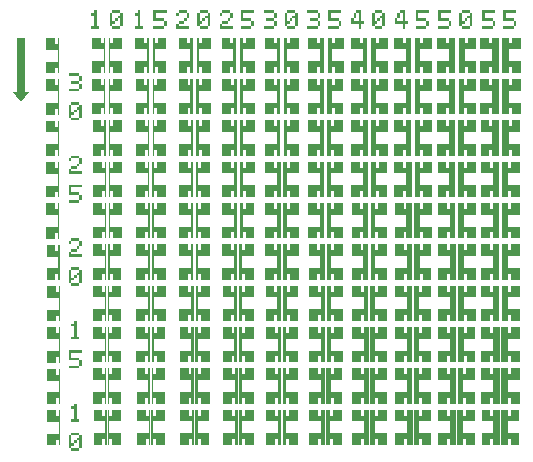
<source format=gbr>
G04 GERBER FILE EXPORTED BY LAYOUTEDITOR (HTTP://WWW.LAYOUTEDITOR.NET)*
%MOMM*%
%FSLAX46Y46*%
%INTop*%
%ADD010C,0.000000*%
D010*
G36*
G01X29012500Y9000000D02*
X29512500Y9000000D01*
X29512500Y12000000D01*
X29012500Y12000000D01*
X29012500Y9000000D01*
G37*
G36*
G01X29675000Y5500000D02*
X30175000Y5500000D01*
X30175000Y8500000D01*
X29675000Y8500000D01*
X29675000Y5500000D01*
G37*
G36*
G01X29025000Y5500000D02*
X29525000Y5500000D01*
X29525000Y8500000D01*
X29025000Y8500000D01*
X29025000Y5500000D01*
G37*
G36*
G01X29662500Y2000000D02*
X30162500Y2000000D01*
X30162500Y5000000D01*
X29662500Y5000000D01*
X29662500Y2000000D01*
G37*
G36*
G01X29037500Y2000000D02*
X29537500Y2000000D01*
X29537500Y5000000D01*
X29037500Y5000000D01*
X29037500Y2000000D01*
G37*
G36*
G01X29650000Y-1500000D02*
X30150000Y-1500000D01*
X30150000Y1500000D01*
X29650000Y1500000D01*
X29650000Y-1500000D01*
G37*
G36*
G01X29050000Y-1500000D02*
X29550000Y-1500000D01*
X29550000Y1500000D01*
X29050000Y1500000D01*
X29050000Y-1500000D01*
G37*
G36*
G01X14900000Y12500000D02*
X15200000Y12500000D01*
X15200000Y15500000D01*
X14900000Y15500000D01*
X14900000Y12500000D01*
G37*
G36*
G01X14400000Y12500000D02*
X14700000Y12500000D01*
X14700000Y15500000D01*
X14400000Y15500000D01*
X14400000Y12500000D01*
G37*
G36*
G01X14887500Y9000000D02*
X15187500Y9000000D01*
X15187500Y12000000D01*
X14887500Y12000000D01*
X14887500Y9000000D01*
G37*
G36*
G01X14412500Y9000000D02*
X14712500Y9000000D01*
X14712500Y12000000D01*
X14412500Y12000000D01*
X14412500Y9000000D01*
G37*
G36*
G01X14875000Y5500000D02*
X15175000Y5500000D01*
X15175000Y8500000D01*
X14875000Y8500000D01*
X14875000Y5500000D01*
G37*
G36*
G01X14425000Y5500000D02*
X14725000Y5500000D01*
X14725000Y8500000D01*
X14425000Y8500000D01*
X14425000Y5500000D01*
G37*
G36*
G01X14862500Y2000000D02*
X15162500Y2000000D01*
X15162500Y5000000D01*
X14862500Y5000000D01*
X14862500Y2000000D01*
G37*
G36*
G01X14437500Y2000000D02*
X14737500Y2000000D01*
X14737500Y5000000D01*
X14437500Y5000000D01*
X14437500Y2000000D01*
G37*
G36*
G01X14850000Y-1500000D02*
X15150000Y-1500000D01*
X15150000Y1500000D01*
X14850000Y1500000D01*
X14850000Y-1500000D01*
G37*
G36*
G01X14450000Y-1500000D02*
X14750000Y-1500000D01*
X14750000Y1500000D01*
X14450000Y1500000D01*
X14450000Y-1500000D01*
G37*
G36*
G01X26000000Y12500000D02*
X26450000Y12500000D01*
X26450000Y15500000D01*
X26000000Y15500000D01*
X26000000Y12500000D01*
G37*
G36*
G01X25350000Y12500000D02*
X25800000Y12500000D01*
X25800000Y15500000D01*
X25350000Y15500000D01*
X25350000Y12500000D01*
G37*
G36*
G01X25987500Y9000000D02*
X26437500Y9000000D01*
X26437500Y12000000D01*
X25987500Y12000000D01*
X25987500Y9000000D01*
G37*
G36*
G01X25362500Y9000000D02*
X25812500Y9000000D01*
X25812500Y12000000D01*
X25362500Y12000000D01*
X25362500Y9000000D01*
G37*
G36*
G01X25975000Y5500000D02*
X26425000Y5500000D01*
X26425000Y8500000D01*
X25975000Y8500000D01*
X25975000Y5500000D01*
G37*
G36*
G01X25375000Y5500000D02*
X25825000Y5500000D01*
X25825000Y8500000D01*
X25375000Y8500000D01*
X25375000Y5500000D01*
G37*
G36*
G01X25962500Y2000000D02*
X26412500Y2000000D01*
X26412500Y5000000D01*
X25962500Y5000000D01*
X25962500Y2000000D01*
G37*
G36*
G01X25387500Y2000000D02*
X25837500Y2000000D01*
X25837500Y5000000D01*
X25387500Y5000000D01*
X25387500Y2000000D01*
G37*
G36*
G01X25950000Y-1500000D02*
X26400000Y-1500000D01*
X26400000Y1500000D01*
X25950000Y1500000D01*
X25950000Y-1500000D01*
G37*
G36*
G01X25400000Y-1500000D02*
X25850000Y-1500000D01*
X25850000Y1500000D01*
X25400000Y1500000D01*
X25400000Y-1500000D01*
G37*
G36*
G01X18600000Y12500000D02*
X18950000Y12500000D01*
X18950000Y15500000D01*
X18600000Y15500000D01*
X18600000Y12500000D01*
G37*
G36*
G01X18050000Y12500000D02*
X18400000Y12500000D01*
X18400000Y15500000D01*
X18050000Y15500000D01*
X18050000Y12500000D01*
G37*
G36*
G01X18587500Y9000000D02*
X18937500Y9000000D01*
X18937500Y12000000D01*
X18587500Y12000000D01*
X18587500Y9000000D01*
G37*
G36*
G01X18062500Y9000000D02*
X18412500Y9000000D01*
X18412500Y12000000D01*
X18062500Y12000000D01*
X18062500Y9000000D01*
G37*
G36*
G01X18575000Y5500000D02*
X18925000Y5500000D01*
X18925000Y8500000D01*
X18575000Y8500000D01*
X18575000Y5500000D01*
G37*
G36*
G01X18075000Y5500000D02*
X18425000Y5500000D01*
X18425000Y8500000D01*
X18075000Y8500000D01*
X18075000Y5500000D01*
G37*
G36*
G01X18562500Y2000000D02*
X18912500Y2000000D01*
X18912500Y5000000D01*
X18562500Y5000000D01*
X18562500Y2000000D01*
G37*
G36*
G01X18087500Y2000000D02*
X18437500Y2000000D01*
X18437500Y5000000D01*
X18087500Y5000000D01*
X18087500Y2000000D01*
G37*
G36*
G01X18550000Y-1500000D02*
X18900000Y-1500000D01*
X18900000Y1500000D01*
X18550000Y1500000D01*
X18550000Y-1500000D01*
G37*
G36*
G01X18100000Y-1500000D02*
X18450000Y-1500000D01*
X18450000Y1500000D01*
X18100000Y1500000D01*
X18100000Y-1500000D01*
G37*
G36*
G01X33400000Y12500000D02*
X33950000Y12500000D01*
X33950000Y15500000D01*
X33400000Y15500000D01*
X33400000Y12500000D01*
G37*
G36*
G01X32650000Y12500000D02*
X33200000Y12500000D01*
X33200000Y15500000D01*
X32650000Y15500000D01*
X32650000Y12500000D01*
G37*
G36*
G01X33387500Y9000000D02*
X33937500Y9000000D01*
X33937500Y12000000D01*
X33387500Y12000000D01*
X33387500Y9000000D01*
G37*
G36*
G01X32662500Y9000000D02*
X33212500Y9000000D01*
X33212500Y12000000D01*
X32662500Y12000000D01*
X32662500Y9000000D01*
G37*
G36*
G01X33375000Y5500000D02*
X33925000Y5500000D01*
X33925000Y8500000D01*
X33375000Y8500000D01*
X33375000Y5500000D01*
G37*
G36*
G01X32675000Y5500000D02*
X33225000Y5500000D01*
X33225000Y8500000D01*
X32675000Y8500000D01*
X32675000Y5500000D01*
G37*
G36*
G01X33362500Y2000000D02*
X33912500Y2000000D01*
X33912500Y5000000D01*
X33362500Y5000000D01*
X33362500Y2000000D01*
G37*
G36*
G01X32687500Y2000000D02*
X33237500Y2000000D01*
X33237500Y5000000D01*
X32687500Y5000000D01*
X32687500Y2000000D01*
G37*
G36*
G01X33350000Y-1500000D02*
X33900000Y-1500000D01*
X33900000Y1500000D01*
X33350000Y1500000D01*
X33350000Y-1500000D01*
G37*
G36*
G01X32700000Y-1500000D02*
X33250000Y-1500000D01*
X33250000Y1500000D01*
X32700000Y1500000D01*
X32700000Y-1500000D01*
G37*
G36*
G01X22300000Y12500000D02*
X22700000Y12500000D01*
X22700000Y15500000D01*
X22300000Y15500000D01*
X22300000Y12500000D01*
G37*
G36*
G01X21700000Y12500000D02*
X22100000Y12500000D01*
X22100000Y15500000D01*
X21700000Y15500000D01*
X21700000Y12500000D01*
G37*
G36*
G01X22287500Y9000000D02*
X22687500Y9000000D01*
X22687500Y12000000D01*
X22287500Y12000000D01*
X22287500Y9000000D01*
G37*
G36*
G01X21712500Y9000000D02*
X22112500Y9000000D01*
X22112500Y12000000D01*
X21712500Y12000000D01*
X21712500Y9000000D01*
G37*
G36*
G01X22275000Y5500000D02*
X22675000Y5500000D01*
X22675000Y8500000D01*
X22275000Y8500000D01*
X22275000Y5500000D01*
G37*
G36*
G01X21725000Y5500000D02*
X22125000Y5500000D01*
X22125000Y8500000D01*
X21725000Y8500000D01*
X21725000Y5500000D01*
G37*
G36*
G01X22262500Y2000000D02*
X22662500Y2000000D01*
X22662500Y5000000D01*
X22262500Y5000000D01*
X22262500Y2000000D01*
G37*
G36*
G01X21737500Y2000000D02*
X22137500Y2000000D01*
X22137500Y5000000D01*
X21737500Y5000000D01*
X21737500Y2000000D01*
G37*
G36*
G01X22250000Y-1500000D02*
X22650000Y-1500000D01*
X22650000Y1500000D01*
X22250000Y1500000D01*
X22250000Y-1500000D01*
G37*
G36*
G01X21750000Y-1500000D02*
X22150000Y-1500000D01*
X22150000Y1500000D01*
X21750000Y1500000D01*
X21750000Y-1500000D01*
G37*
G36*
G01X29700000Y12500000D02*
X30200000Y12500000D01*
X30200000Y15500000D01*
X29700000Y15500000D01*
X29700000Y12500000D01*
G37*
G36*
G01X29000000Y12500000D02*
X29500000Y12500000D01*
X29500000Y15500000D01*
X29000000Y15500000D01*
X29000000Y12500000D01*
G37*
G36*
G01X29687500Y9000000D02*
X30187500Y9000000D01*
X30187500Y12000000D01*
X29687500Y12000000D01*
X29687500Y9000000D01*
G37*
G36*
G01X87500Y9000000D02*
X187500Y9000000D01*
X187500Y12000000D01*
X87500Y12000000D01*
X87500Y9000000D01*
G37*
G36*
G01X-187500Y9000000D02*
X-87500Y9000000D01*
X-87500Y12000000D01*
X-187500Y12000000D01*
X-187500Y9000000D01*
G37*
G36*
G01X75000Y5500000D02*
X175000Y5500000D01*
X175000Y8500000D01*
X75000Y8500000D01*
X75000Y5500000D01*
G37*
G36*
G01X-175000Y5500000D02*
X-75000Y5500000D01*
X-75000Y8500000D01*
X-175000Y8500000D01*
X-175000Y5500000D01*
G37*
G36*
G01X62500Y2000000D02*
X162500Y2000000D01*
X162500Y5000000D01*
X62500Y5000000D01*
X62500Y2000000D01*
G37*
G36*
G01X-162500Y2000000D02*
X-62500Y2000000D01*
X-62500Y5000000D01*
X-162500Y5000000D01*
X-162500Y2000000D01*
G37*
G36*
G01X-4130000Y12465000D02*
X-4030000Y12465000D01*
X-4030000Y15465000D01*
X-4130000Y15465000D01*
X-4130000Y12465000D01*
G37*
G36*
G01X-4117500Y8965000D02*
X-4017500Y8965000D01*
X-4017500Y11965000D01*
X-4117500Y11965000D01*
X-4117500Y8965000D01*
G37*
G36*
G01X-4105000Y5465000D02*
X-4005000Y5465000D01*
X-4005000Y8465000D01*
X-4105000Y8465000D01*
X-4105000Y5465000D01*
G37*
G36*
G01X-4092500Y1965000D02*
X-3992500Y1965000D01*
X-3992500Y4965000D01*
X-4092500Y4965000D01*
X-4092500Y1965000D01*
G37*
G36*
G01X-4080000Y-1535000D02*
X-3980000Y-1535000D01*
X-3980000Y1465000D01*
X-4080000Y1465000D01*
X-4080000Y-1535000D01*
G37*
G36*
G01X50000Y-1500000D02*
X150000Y-1500000D01*
X150000Y1500000D01*
X50000Y1500000D01*
X50000Y-1500000D01*
G37*
G36*
G01X-150000Y-1500000D02*
X-50000Y-1500000D01*
X-50000Y1500000D01*
X-150000Y1500000D01*
X-150000Y-1500000D01*
G37*
G36*
G01X11200000Y12500000D02*
X11450000Y12500000D01*
X11450000Y15500000D01*
X11200000Y15500000D01*
X11200000Y12500000D01*
G37*
G36*
G01X-2818056Y12666667D02*
X-2595833Y12666667D01*
X-2595833Y12888889D01*
X-2818056Y12888889D01*
X-2818056Y12666667D01*
G37*
G36*
G01X-2595833Y15111111D02*
X-2373611Y15111111D01*
X-2373611Y15333333D01*
X-2595833Y15333333D01*
X-2595833Y15111111D01*
G37*
G36*
G01X-3262500Y15555556D02*
X-3040278Y15555556D01*
X-3040278Y15777778D01*
X-3262500Y15777778D01*
X-3262500Y15555556D01*
G37*
G36*
G01X-2818056Y-1333333D02*
X-2595833Y-1333333D01*
X-2595833Y-1111111D01*
X-2818056Y-1111111D01*
X-2818056Y-1333333D01*
G37*
G36*
G01X10750000Y12500000D02*
X11000000Y12500000D01*
X11000000Y15500000D01*
X10750000Y15500000D01*
X10750000Y12500000D01*
G37*
G36*
G01X11187500Y9000000D02*
X11437500Y9000000D01*
X11437500Y12000000D01*
X11187500Y12000000D01*
X11187500Y9000000D01*
G37*
G36*
G01X10762500Y9000000D02*
X11012500Y9000000D01*
X11012500Y12000000D01*
X10762500Y12000000D01*
X10762500Y9000000D01*
G37*
G36*
G01X11175000Y5500000D02*
X11425000Y5500000D01*
X11425000Y8500000D01*
X11175000Y8500000D01*
X11175000Y5500000D01*
G37*
G36*
G01X10775000Y5500000D02*
X11025000Y5500000D01*
X11025000Y8500000D01*
X10775000Y8500000D01*
X10775000Y5500000D01*
G37*
G36*
G01X11162500Y2000000D02*
X11412500Y2000000D01*
X11412500Y5000000D01*
X11162500Y5000000D01*
X11162500Y2000000D01*
G37*
G36*
G01X10787500Y2000000D02*
X11037500Y2000000D01*
X11037500Y5000000D01*
X10787500Y5000000D01*
X10787500Y2000000D01*
G37*
G36*
G01X11150000Y-1500000D02*
X11400000Y-1500000D01*
X11400000Y1500000D01*
X11150000Y1500000D01*
X11150000Y-1500000D01*
G37*
G36*
G01X10800000Y-1500000D02*
X11050000Y-1500000D01*
X11050000Y1500000D01*
X10800000Y1500000D01*
X10800000Y-1500000D01*
G37*
G36*
G01X3800000Y12500000D02*
X3950000Y12500000D01*
X3950000Y15500000D01*
X3800000Y15500000D01*
X3800000Y12500000D01*
G37*
G36*
G01X3450000Y12500000D02*
X3600000Y12500000D01*
X3600000Y15500000D01*
X3450000Y15500000D01*
X3450000Y12500000D01*
G37*
G36*
G01X3787500Y9000000D02*
X3937500Y9000000D01*
X3937500Y12000000D01*
X3787500Y12000000D01*
X3787500Y9000000D01*
G37*
G36*
G01X3462500Y9000000D02*
X3612500Y9000000D01*
X3612500Y12000000D01*
X3462500Y12000000D01*
X3462500Y9000000D01*
G37*
G36*
G01X3775000Y5500000D02*
X3925000Y5500000D01*
X3925000Y8500000D01*
X3775000Y8500000D01*
X3775000Y5500000D01*
G37*
G36*
G01X3475000Y5500000D02*
X3625000Y5500000D01*
X3625000Y8500000D01*
X3475000Y8500000D01*
X3475000Y5500000D01*
G37*
G36*
G01X3762500Y2000000D02*
X3912500Y2000000D01*
X3912500Y5000000D01*
X3762500Y5000000D01*
X3762500Y2000000D01*
G37*
G36*
G01X3487500Y2000000D02*
X3637500Y2000000D01*
X3637500Y5000000D01*
X3487500Y5000000D01*
X3487500Y2000000D01*
G37*
G36*
G01X3750000Y-1500000D02*
X3900000Y-1500000D01*
X3900000Y1500000D01*
X3750000Y1500000D01*
X3750000Y-1500000D01*
G37*
G36*
G01X3500000Y-1500000D02*
X3650000Y-1500000D01*
X3650000Y1500000D01*
X3500000Y1500000D01*
X3500000Y-1500000D01*
G37*
G36*
G01X7500000Y12500000D02*
X7700000Y12500000D01*
X7700000Y15500000D01*
X7500000Y15500000D01*
X7500000Y12500000D01*
G37*
G36*
G01X7100000Y12500000D02*
X7300000Y12500000D01*
X7300000Y15500000D01*
X7100000Y15500000D01*
X7100000Y12500000D01*
G37*
G36*
G01X7487500Y9000000D02*
X7687500Y9000000D01*
X7687500Y12000000D01*
X7487500Y12000000D01*
X7487500Y9000000D01*
G37*
G36*
G01X7112500Y9000000D02*
X7312500Y9000000D01*
X7312500Y12000000D01*
X7112500Y12000000D01*
X7112500Y9000000D01*
G37*
G36*
G01X7475000Y5500000D02*
X7675000Y5500000D01*
X7675000Y8500000D01*
X7475000Y8500000D01*
X7475000Y5500000D01*
G37*
G36*
G01X7125000Y5500000D02*
X7325000Y5500000D01*
X7325000Y8500000D01*
X7125000Y8500000D01*
X7125000Y5500000D01*
G37*
G36*
G01X7462500Y2000000D02*
X7662500Y2000000D01*
X7662500Y5000000D01*
X7462500Y5000000D01*
X7462500Y2000000D01*
G37*
G36*
G01X7137500Y2000000D02*
X7337500Y2000000D01*
X7337500Y5000000D01*
X7137500Y5000000D01*
X7137500Y2000000D01*
G37*
G36*
G01X7450000Y-1500000D02*
X7650000Y-1500000D01*
X7650000Y1500000D01*
X7450000Y1500000D01*
X7450000Y-1500000D01*
G37*
G36*
G01X7150000Y-1500000D02*
X7350000Y-1500000D01*
X7350000Y1500000D01*
X7150000Y1500000D01*
X7150000Y-1500000D01*
G37*
G36*
G01X100000Y12500000D02*
X200000Y12500000D01*
X200000Y15500000D01*
X100000Y15500000D01*
X100000Y12500000D01*
G37*
G36*
G01X-200000Y12500000D02*
X-100000Y12500000D01*
X-100000Y15500000D01*
X-200000Y15500000D01*
X-200000Y12500000D01*
G37*
G36*
G01X-7600000Y28400000D02*
X-7000000Y28400000D01*
X-7000000Y33000000D01*
X-7600000Y33000000D01*
X-7600000Y28400000D01*
G37*
G36*
G01X-4192500Y29965000D02*
X-4092500Y29965000D01*
X-4092500Y32965000D01*
X-4192500Y32965000D01*
X-4192500Y29965000D01*
G37*
G36*
G01X-4180000Y26465000D02*
X-4080000Y26465000D01*
X-4080000Y29465000D01*
X-4180000Y29465000D01*
X-4180000Y26465000D01*
G37*
G36*
G01X-4167500Y22965000D02*
X-4067500Y22965000D01*
X-4067500Y25965000D01*
X-4167500Y25965000D01*
X-4167500Y22965000D01*
G37*
G36*
G01X-4155000Y19465000D02*
X-4055000Y19465000D01*
X-4055000Y22465000D01*
X-4155000Y22465000D01*
X-4155000Y19465000D01*
G37*
G36*
G01X11262500Y30000000D02*
X11512500Y30000000D01*
X11512500Y33000000D01*
X11262500Y33000000D01*
X11262500Y30000000D01*
G37*
G36*
G01X-2818056Y26666667D02*
X-2595833Y26666667D01*
X-2595833Y26888889D01*
X-2818056Y26888889D01*
X-2818056Y26666667D01*
G37*
G36*
G01X-2595833Y22111111D02*
X-2373611Y22111111D01*
X-2373611Y22333333D01*
X-2595833Y22333333D01*
X-2595833Y22111111D01*
G37*
G36*
G01X-3262500Y22555556D02*
X-3040278Y22555556D01*
X-3040278Y22777778D01*
X-3262500Y22777778D01*
X-3262500Y22555556D01*
G37*
G36*
G01X10687500Y30000000D02*
X10937500Y30000000D01*
X10937500Y33000000D01*
X10687500Y33000000D01*
X10687500Y30000000D01*
G37*
G36*
G01X11250000Y26500000D02*
X11500000Y26500000D01*
X11500000Y29500000D01*
X11250000Y29500000D01*
X11250000Y26500000D01*
G37*
G36*
G01X10700000Y26500000D02*
X10950000Y26500000D01*
X10950000Y29500000D01*
X10700000Y29500000D01*
X10700000Y26500000D01*
G37*
G36*
G01X10204167Y34411111D02*
X10426389Y34411111D01*
X10426389Y34633333D01*
X10204167Y34633333D01*
X10204167Y34411111D01*
G37*
G36*
G01X9537500Y34855556D02*
X9759722Y34855556D01*
X9759722Y35077778D01*
X9537500Y35077778D01*
X9537500Y34855556D01*
G37*
G36*
G01X8059722Y34411111D02*
X8281944Y34411111D01*
X8281944Y34633333D01*
X8059722Y34633333D01*
X8059722Y34411111D01*
G37*
G36*
G01X6504167Y34411111D02*
X6726389Y34411111D01*
X6726389Y34633333D01*
X6504167Y34633333D01*
X6504167Y34411111D01*
G37*
G36*
G01X5837500Y34855556D02*
X6059722Y34855556D01*
X6059722Y35077778D01*
X5837500Y35077778D01*
X5837500Y34855556D01*
G37*
G36*
G01X659722Y34411111D02*
X881944Y34411111D01*
X881944Y34633333D01*
X659722Y34633333D01*
X659722Y34411111D01*
G37*
G36*
G01X11237500Y23000000D02*
X11487500Y23000000D01*
X11487500Y26000000D01*
X11237500Y26000000D01*
X11237500Y23000000D01*
G37*
G36*
G01X10712500Y23000000D02*
X10962500Y23000000D01*
X10962500Y26000000D01*
X10712500Y26000000D01*
X10712500Y23000000D01*
G37*
G36*
G01X11225000Y19500000D02*
X11475000Y19500000D01*
X11475000Y22500000D01*
X11225000Y22500000D01*
X11225000Y19500000D01*
G37*
G36*
G01X10725000Y19500000D02*
X10975000Y19500000D01*
X10975000Y22500000D01*
X10725000Y22500000D01*
X10725000Y19500000D01*
G37*
G36*
G01X150000Y26500000D02*
X250000Y26500000D01*
X250000Y29500000D01*
X150000Y29500000D01*
X150000Y26500000D01*
G37*
G36*
G01X-250000Y26500000D02*
X-150000Y26500000D01*
X-150000Y29500000D01*
X-250000Y29500000D01*
X-250000Y26500000D01*
G37*
G36*
G01X7562500Y30000000D02*
X7762500Y30000000D01*
X7762500Y33000000D01*
X7562500Y33000000D01*
X7562500Y30000000D01*
G37*
G36*
G01X7037500Y30000000D02*
X7237500Y30000000D01*
X7237500Y33000000D01*
X7037500Y33000000D01*
X7037500Y30000000D01*
G37*
G36*
G01X7550000Y26500000D02*
X7750000Y26500000D01*
X7750000Y29500000D01*
X7550000Y29500000D01*
X7550000Y26500000D01*
G37*
G36*
G01X7050000Y26500000D02*
X7250000Y26500000D01*
X7250000Y29500000D01*
X7050000Y29500000D01*
X7050000Y26500000D01*
G37*
G36*
G01X7537500Y23000000D02*
X7737500Y23000000D01*
X7737500Y26000000D01*
X7537500Y26000000D01*
X7537500Y23000000D01*
G37*
G36*
G01X7062500Y23000000D02*
X7262500Y23000000D01*
X7262500Y26000000D01*
X7062500Y26000000D01*
X7062500Y23000000D01*
G37*
G36*
G01X7525000Y19500000D02*
X7725000Y19500000D01*
X7725000Y22500000D01*
X7525000Y22500000D01*
X7525000Y19500000D01*
G37*
G36*
G01X7075000Y19500000D02*
X7275000Y19500000D01*
X7275000Y22500000D01*
X7075000Y22500000D01*
X7075000Y19500000D01*
G37*
G36*
G01X137500Y23000000D02*
X237500Y23000000D01*
X237500Y26000000D01*
X137500Y26000000D01*
X137500Y23000000D01*
G37*
G36*
G01X-237500Y23000000D02*
X-137500Y23000000D01*
X-137500Y26000000D01*
X-237500Y26000000D01*
X-237500Y23000000D01*
G37*
G36*
G01X3862500Y30000000D02*
X4012500Y30000000D01*
X4012500Y33000000D01*
X3862500Y33000000D01*
X3862500Y30000000D01*
G37*
G36*
G01X3387500Y30000000D02*
X3537500Y30000000D01*
X3537500Y33000000D01*
X3387500Y33000000D01*
X3387500Y30000000D01*
G37*
G36*
G01X3850000Y26500000D02*
X4000000Y26500000D01*
X4000000Y29500000D01*
X3850000Y29500000D01*
X3850000Y26500000D01*
G37*
G36*
G01X3400000Y26500000D02*
X3550000Y26500000D01*
X3550000Y29500000D01*
X3400000Y29500000D01*
X3400000Y26500000D01*
G37*
G36*
G01X3837500Y23000000D02*
X3987500Y23000000D01*
X3987500Y26000000D01*
X3837500Y26000000D01*
X3837500Y23000000D01*
G37*
G36*
G01X3412500Y23000000D02*
X3562500Y23000000D01*
X3562500Y26000000D01*
X3412500Y26000000D01*
X3412500Y23000000D01*
G37*
G36*
G01X3825000Y19500000D02*
X3975000Y19500000D01*
X3975000Y22500000D01*
X3825000Y22500000D01*
X3825000Y19500000D01*
G37*
G36*
G01X3425000Y19500000D02*
X3575000Y19500000D01*
X3575000Y22500000D01*
X3425000Y22500000D01*
X3425000Y19500000D01*
G37*
G36*
G01X125000Y19500000D02*
X225000Y19500000D01*
X225000Y22500000D01*
X125000Y22500000D01*
X125000Y19500000D01*
G37*
G36*
G01X-225000Y19500000D02*
X-125000Y19500000D01*
X-125000Y22500000D01*
X-225000Y22500000D01*
X-225000Y19500000D01*
G37*
G36*
G01X162500Y30000000D02*
X262500Y30000000D01*
X262500Y33000000D01*
X162500Y33000000D01*
X162500Y30000000D01*
G37*
G36*
G01X-262500Y30000000D02*
X-162500Y30000000D01*
X-162500Y33000000D01*
X-262500Y33000000D01*
X-262500Y30000000D01*
G37*
G36*
G01X18025000Y19500000D02*
X18375000Y19500000D01*
X18375000Y22500000D01*
X18025000Y22500000D01*
X18025000Y19500000D01*
G37*
G36*
G01X30259722Y34411111D02*
X30481944Y34411111D01*
X30481944Y34633333D01*
X30259722Y34633333D01*
X30259722Y34411111D01*
G37*
G36*
G01X22859722Y34411111D02*
X23081944Y34411111D01*
X23081944Y34633333D01*
X22859722Y34633333D01*
X22859722Y34411111D01*
G37*
G36*
G01X15459722Y34411111D02*
X15681944Y34411111D01*
X15681944Y34633333D01*
X15459722Y34633333D01*
X15459722Y34411111D01*
G37*
G36*
G01X33462500Y30000000D02*
X34012500Y30000000D01*
X34012500Y33000000D01*
X33462500Y33000000D01*
X33462500Y30000000D01*
G37*
G36*
G01X32587500Y30000000D02*
X33137500Y30000000D01*
X33137500Y33000000D01*
X32587500Y33000000D01*
X32587500Y30000000D01*
G37*
G36*
G01X33450000Y26500000D02*
X34000000Y26500000D01*
X34000000Y29500000D01*
X33450000Y29500000D01*
X33450000Y26500000D01*
G37*
G36*
G01X32600000Y26500000D02*
X33150000Y26500000D01*
X33150000Y29500000D01*
X32600000Y29500000D01*
X32600000Y26500000D01*
G37*
G36*
G01X33437500Y23000000D02*
X33987500Y23000000D01*
X33987500Y26000000D01*
X33437500Y26000000D01*
X33437500Y23000000D01*
G37*
G36*
G01X32612500Y23000000D02*
X33162500Y23000000D01*
X33162500Y26000000D01*
X32612500Y26000000D01*
X32612500Y23000000D01*
G37*
G36*
G01X33425000Y19500000D02*
X33975000Y19500000D01*
X33975000Y22500000D01*
X33425000Y22500000D01*
X33425000Y19500000D01*
G37*
G36*
G01X32625000Y19500000D02*
X33175000Y19500000D01*
X33175000Y22500000D01*
X32625000Y22500000D01*
X32625000Y19500000D01*
G37*
G36*
G01X14925000Y19500000D02*
X15225000Y19500000D01*
X15225000Y22500000D01*
X14925000Y22500000D01*
X14925000Y19500000D01*
G37*
G36*
G01X14375000Y19500000D02*
X14675000Y19500000D01*
X14675000Y22500000D01*
X14375000Y22500000D01*
X14375000Y19500000D01*
G37*
G36*
G01X29762500Y30000000D02*
X30262500Y30000000D01*
X30262500Y33000000D01*
X29762500Y33000000D01*
X29762500Y30000000D01*
G37*
G36*
G01X28937500Y30000000D02*
X29437500Y30000000D01*
X29437500Y33000000D01*
X28937500Y33000000D01*
X28937500Y30000000D01*
G37*
G36*
G01X29750000Y26500000D02*
X30250000Y26500000D01*
X30250000Y29500000D01*
X29750000Y29500000D01*
X29750000Y26500000D01*
G37*
G36*
G01X28950000Y26500000D02*
X29450000Y26500000D01*
X29450000Y29500000D01*
X28950000Y29500000D01*
X28950000Y26500000D01*
G37*
G36*
G01X29737500Y23000000D02*
X30237500Y23000000D01*
X30237500Y26000000D01*
X29737500Y26000000D01*
X29737500Y23000000D01*
G37*
G36*
G01X28962500Y23000000D02*
X29462500Y23000000D01*
X29462500Y26000000D01*
X28962500Y26000000D01*
X28962500Y23000000D01*
G37*
G36*
G01X29725000Y19500000D02*
X30225000Y19500000D01*
X30225000Y22500000D01*
X29725000Y22500000D01*
X29725000Y19500000D01*
G37*
G36*
G01X28975000Y19500000D02*
X29475000Y19500000D01*
X29475000Y22500000D01*
X28975000Y22500000D01*
X28975000Y19500000D01*
G37*
G36*
G01X14962500Y30000000D02*
X15262500Y30000000D01*
X15262500Y33000000D01*
X14962500Y33000000D01*
X14962500Y30000000D01*
G37*
G36*
G01X14337500Y30000000D02*
X14637500Y30000000D01*
X14637500Y33000000D01*
X14337500Y33000000D01*
X14337500Y30000000D01*
G37*
G36*
G01X26062500Y30000000D02*
X26512500Y30000000D01*
X26512500Y33000000D01*
X26062500Y33000000D01*
X26062500Y30000000D01*
G37*
G36*
G01X25287500Y30000000D02*
X25737500Y30000000D01*
X25737500Y33000000D01*
X25287500Y33000000D01*
X25287500Y30000000D01*
G37*
G36*
G01X26050000Y26500000D02*
X26500000Y26500000D01*
X26500000Y29500000D01*
X26050000Y29500000D01*
X26050000Y26500000D01*
G37*
G36*
G01X25300000Y26500000D02*
X25750000Y26500000D01*
X25750000Y29500000D01*
X25300000Y29500000D01*
X25300000Y26500000D01*
G37*
G36*
G01X26037500Y23000000D02*
X26487500Y23000000D01*
X26487500Y26000000D01*
X26037500Y26000000D01*
X26037500Y23000000D01*
G37*
G36*
G01X25312500Y23000000D02*
X25762500Y23000000D01*
X25762500Y26000000D01*
X25312500Y26000000D01*
X25312500Y23000000D01*
G37*
G36*
G01X26025000Y19500000D02*
X26475000Y19500000D01*
X26475000Y22500000D01*
X26025000Y22500000D01*
X26025000Y19500000D01*
G37*
G36*
G01X25325000Y19500000D02*
X25775000Y19500000D01*
X25775000Y22500000D01*
X25325000Y22500000D01*
X25325000Y19500000D01*
G37*
G36*
G01X14950000Y26500000D02*
X15250000Y26500000D01*
X15250000Y29500000D01*
X14950000Y29500000D01*
X14950000Y26500000D01*
G37*
G36*
G01X14350000Y26500000D02*
X14650000Y26500000D01*
X14650000Y29500000D01*
X14350000Y29500000D01*
X14350000Y26500000D01*
G37*
G36*
G01X22362500Y30000000D02*
X22762500Y30000000D01*
X22762500Y33000000D01*
X22362500Y33000000D01*
X22362500Y30000000D01*
G37*
G36*
G01X21637500Y30000000D02*
X22037500Y30000000D01*
X22037500Y33000000D01*
X21637500Y33000000D01*
X21637500Y30000000D01*
G37*
G36*
G01X22350000Y26500000D02*
X22750000Y26500000D01*
X22750000Y29500000D01*
X22350000Y29500000D01*
X22350000Y26500000D01*
G37*
G36*
G01X21650000Y26500000D02*
X22050000Y26500000D01*
X22050000Y29500000D01*
X21650000Y29500000D01*
X21650000Y26500000D01*
G37*
G36*
G01X22337500Y23000000D02*
X22737500Y23000000D01*
X22737500Y26000000D01*
X22337500Y26000000D01*
X22337500Y23000000D01*
G37*
G36*
G01X21662500Y23000000D02*
X22062500Y23000000D01*
X22062500Y26000000D01*
X21662500Y26000000D01*
X21662500Y23000000D01*
G37*
G36*
G01X22325000Y19500000D02*
X22725000Y19500000D01*
X22725000Y22500000D01*
X22325000Y22500000D01*
X22325000Y19500000D01*
G37*
G36*
G01X21675000Y19500000D02*
X22075000Y19500000D01*
X22075000Y22500000D01*
X21675000Y22500000D01*
X21675000Y19500000D01*
G37*
G36*
G01X14937500Y23000000D02*
X15237500Y23000000D01*
X15237500Y26000000D01*
X14937500Y26000000D01*
X14937500Y23000000D01*
G37*
G36*
G01X14362500Y23000000D02*
X14662500Y23000000D01*
X14662500Y26000000D01*
X14362500Y26000000D01*
X14362500Y23000000D01*
G37*
G36*
G01X18662500Y30000000D02*
X19012500Y30000000D01*
X19012500Y33000000D01*
X18662500Y33000000D01*
X18662500Y30000000D01*
G37*
G36*
G01X17987500Y30000000D02*
X18337500Y30000000D01*
X18337500Y33000000D01*
X17987500Y33000000D01*
X17987500Y30000000D01*
G37*
G36*
G01X18650000Y26500000D02*
X19000000Y26500000D01*
X19000000Y29500000D01*
X18650000Y29500000D01*
X18650000Y26500000D01*
G37*
G36*
G01X18000000Y26500000D02*
X18350000Y26500000D01*
X18350000Y29500000D01*
X18000000Y29500000D01*
X18000000Y26500000D01*
G37*
G36*
G01X18637500Y23000000D02*
X18987500Y23000000D01*
X18987500Y26000000D01*
X18637500Y26000000D01*
X18637500Y23000000D01*
G37*
G36*
G01X18012500Y23000000D02*
X18362500Y23000000D01*
X18362500Y26000000D01*
X18012500Y26000000D01*
X18012500Y23000000D01*
G37*
G36*
G01X18625000Y19500000D02*
X18975000Y19500000D01*
X18975000Y22500000D01*
X18625000Y22500000D01*
X18625000Y19500000D01*
G37*
G36*
G01X-4142500Y15965000D02*
X-4042500Y15965000D01*
X-4042500Y18965000D01*
X-4142500Y18965000D01*
X-4142500Y15965000D01*
G37*
G36*
G01X33412500Y16000000D02*
X33962500Y16000000D01*
X33962500Y19000000D01*
X33412500Y19000000D01*
X33412500Y16000000D01*
G37*
G36*
G01X32637500Y16000000D02*
X33187500Y16000000D01*
X33187500Y19000000D01*
X32637500Y19000000D01*
X32637500Y16000000D01*
G37*
G36*
G01X29712500Y16000000D02*
X30212500Y16000000D01*
X30212500Y19000000D01*
X29712500Y19000000D01*
X29712500Y16000000D01*
G37*
G36*
G01X28987500Y16000000D02*
X29487500Y16000000D01*
X29487500Y19000000D01*
X28987500Y19000000D01*
X28987500Y16000000D01*
G37*
G36*
G01X26012500Y16000000D02*
X26462500Y16000000D01*
X26462500Y19000000D01*
X26012500Y19000000D01*
X26012500Y16000000D01*
G37*
G36*
G01X25337500Y16000000D02*
X25787500Y16000000D01*
X25787500Y19000000D01*
X25337500Y19000000D01*
X25337500Y16000000D01*
G37*
G36*
G01X22312500Y16000000D02*
X22712500Y16000000D01*
X22712500Y19000000D01*
X22312500Y19000000D01*
X22312500Y16000000D01*
G37*
G36*
G01X21687500Y16000000D02*
X22087500Y16000000D01*
X22087500Y19000000D01*
X21687500Y19000000D01*
X21687500Y16000000D01*
G37*
G36*
G01X18612500Y16000000D02*
X18962500Y16000000D01*
X18962500Y19000000D01*
X18612500Y19000000D01*
X18612500Y16000000D01*
G37*
G36*
G01X18037500Y16000000D02*
X18387500Y16000000D01*
X18387500Y19000000D01*
X18037500Y19000000D01*
X18037500Y16000000D01*
G37*
G36*
G01X14912500Y16000000D02*
X15212500Y16000000D01*
X15212500Y19000000D01*
X14912500Y19000000D01*
X14912500Y16000000D01*
G37*
G36*
G01X14387500Y16000000D02*
X14687500Y16000000D01*
X14687500Y19000000D01*
X14387500Y19000000D01*
X14387500Y16000000D01*
G37*
G36*
G01X11212500Y16000000D02*
X11462500Y16000000D01*
X11462500Y19000000D01*
X11212500Y19000000D01*
X11212500Y16000000D01*
G37*
G36*
G01X10737500Y16000000D02*
X10987500Y16000000D01*
X10987500Y19000000D01*
X10737500Y19000000D01*
X10737500Y16000000D01*
G37*
G36*
G01X7512500Y16000000D02*
X7712500Y16000000D01*
X7712500Y19000000D01*
X7512500Y19000000D01*
X7512500Y16000000D01*
G37*
G36*
G01X7087500Y16000000D02*
X7287500Y16000000D01*
X7287500Y19000000D01*
X7087500Y19000000D01*
X7087500Y16000000D01*
G37*
G36*
G01X3812500Y16000000D02*
X3962500Y16000000D01*
X3962500Y19000000D01*
X3812500Y19000000D01*
X3812500Y16000000D01*
G37*
G36*
G01X3437500Y16000000D02*
X3587500Y16000000D01*
X3587500Y19000000D01*
X3437500Y19000000D01*
X3437500Y16000000D01*
G37*
G36*
G01X112500Y16000000D02*
X212500Y16000000D01*
X212500Y19000000D01*
X112500Y19000000D01*
X112500Y16000000D01*
G37*
G36*
G01X-212500Y16000000D02*
X-112500Y16000000D01*
X-112500Y19000000D01*
X-212500Y19000000D01*
X-212500Y16000000D01*
G37*
G36*
G01X24350000Y12500000D02*
X25100000Y12500000D01*
X25100000Y13000000D01*
X25350000Y13000000D01*
X25350000Y13500000D01*
X24350000Y13500000D01*
X24350000Y12500000D01*
G37*
G36*
G01X24350000Y14500000D02*
X25350000Y14500000D01*
X25350000Y15000000D01*
X25100000Y15000000D01*
X25100000Y15500000D01*
X24350000Y15500000D01*
X24350000Y14500000D01*
G37*
G36*
G01X26687500Y9000000D02*
X27437500Y9000000D01*
X27437500Y10000000D01*
X26437500Y10000000D01*
X26437500Y9500000D01*
X26687500Y9500000D01*
X26687500Y9000000D01*
G37*
G36*
G01X26437500Y11000000D02*
X27437500Y11000000D01*
X27437500Y12000000D01*
X26687500Y12000000D01*
X26687500Y11500000D01*
X26437500Y11500000D01*
X26437500Y11000000D01*
G37*
G36*
G01X24362500Y9000000D02*
X25112500Y9000000D01*
X25112500Y9500000D01*
X25362500Y9500000D01*
X25362500Y10000000D01*
X24362500Y10000000D01*
X24362500Y9000000D01*
G37*
G36*
G01X24362500Y11000000D02*
X25362500Y11000000D01*
X25362500Y11500000D01*
X25112500Y11500000D01*
X25112500Y12000000D01*
X24362500Y12000000D01*
X24362500Y11000000D01*
G37*
G36*
G01X26675000Y5500000D02*
X27425000Y5500000D01*
X27425000Y6500000D01*
X26425000Y6500000D01*
X26425000Y6000000D01*
X26675000Y6000000D01*
X26675000Y5500000D01*
G37*
G36*
G01X26425000Y7500000D02*
X27425000Y7500000D01*
X27425000Y8500000D01*
X26675000Y8500000D01*
X26675000Y8000000D01*
X26425000Y8000000D01*
X26425000Y7500000D01*
G37*
G36*
G01X24375000Y5500000D02*
X25125000Y5500000D01*
X25125000Y6000000D01*
X25375000Y6000000D01*
X25375000Y6500000D01*
X24375000Y6500000D01*
X24375000Y5500000D01*
G37*
G36*
G01X24375000Y7500000D02*
X25375000Y7500000D01*
X25375000Y8000000D01*
X25125000Y8000000D01*
X25125000Y8500000D01*
X24375000Y8500000D01*
X24375000Y7500000D01*
G37*
G36*
G01X26662500Y2000000D02*
X27412500Y2000000D01*
X27412500Y3000000D01*
X26412500Y3000000D01*
X26412500Y2500000D01*
X26662500Y2500000D01*
X26662500Y2000000D01*
G37*
G36*
G01X26412500Y4000000D02*
X27412500Y4000000D01*
X27412500Y5000000D01*
X26662500Y5000000D01*
X26662500Y4500000D01*
X26412500Y4500000D01*
X26412500Y4000000D01*
G37*
G36*
G01X24387500Y2000000D02*
X25137500Y2000000D01*
X25137500Y2500000D01*
X25387500Y2500000D01*
X25387500Y3000000D01*
X24387500Y3000000D01*
X24387500Y2000000D01*
G37*
G36*
G01X24387500Y4000000D02*
X25387500Y4000000D01*
X25387500Y4500000D01*
X25137500Y4500000D01*
X25137500Y5000000D01*
X24387500Y5000000D01*
X24387500Y4000000D01*
G37*
G36*
G01X26650000Y-1500000D02*
X27400000Y-1500000D01*
X27400000Y-500000D01*
X26400000Y-500000D01*
X26400000Y-1000000D01*
X26650000Y-1000000D01*
X26650000Y-1500000D01*
G37*
G36*
G01X26400000Y500000D02*
X27400000Y500000D01*
X27400000Y1500000D01*
X26650000Y1500000D01*
X26650000Y1000000D01*
X26400000Y1000000D01*
X26400000Y500000D01*
G37*
G36*
G01X24400000Y-1500000D02*
X25150000Y-1500000D01*
X25150000Y-1000000D01*
X25400000Y-1000000D01*
X25400000Y-500000D01*
X24400000Y-500000D01*
X24400000Y-1500000D01*
G37*
G36*
G01X24400000Y500000D02*
X25400000Y500000D01*
X25400000Y1000000D01*
X25150000Y1000000D01*
X25150000Y1500000D01*
X24400000Y1500000D01*
X24400000Y500000D01*
G37*
G36*
G01X34200000Y12500000D02*
X34950000Y12500000D01*
X34950000Y13500000D01*
X33950000Y13500000D01*
X33950000Y13000000D01*
X34200000Y13000000D01*
X34200000Y12500000D01*
G37*
G36*
G01X33950000Y14500000D02*
X34950000Y14500000D01*
X34950000Y15500000D01*
X34200000Y15500000D01*
X34200000Y15000000D01*
X33950000Y15000000D01*
X33950000Y14500000D01*
G37*
G36*
G01X31650000Y12500000D02*
X32400000Y12500000D01*
X32400000Y13000000D01*
X32650000Y13000000D01*
X32650000Y13500000D01*
X31650000Y13500000D01*
X31650000Y12500000D01*
G37*
G36*
G01X31650000Y14500000D02*
X32650000Y14500000D01*
X32650000Y15000000D01*
X32400000Y15000000D01*
X32400000Y15500000D01*
X31650000Y15500000D01*
X31650000Y14500000D01*
G37*
G36*
G01X34187500Y9000000D02*
X34937500Y9000000D01*
X34937500Y10000000D01*
X33937500Y10000000D01*
X33937500Y9500000D01*
X34187500Y9500000D01*
X34187500Y9000000D01*
G37*
G36*
G01X33937500Y11000000D02*
X34937500Y11000000D01*
X34937500Y12000000D01*
X34187500Y12000000D01*
X34187500Y11500000D01*
X33937500Y11500000D01*
X33937500Y11000000D01*
G37*
G36*
G01X31662500Y9000000D02*
X32412500Y9000000D01*
X32412500Y9500000D01*
X32662500Y9500000D01*
X32662500Y10000000D01*
X31662500Y10000000D01*
X31662500Y9000000D01*
G37*
G36*
G01X31662500Y11000000D02*
X32662500Y11000000D01*
X32662500Y11500000D01*
X32412500Y11500000D01*
X32412500Y12000000D01*
X31662500Y12000000D01*
X31662500Y11000000D01*
G37*
G36*
G01X34175000Y5500000D02*
X34925000Y5500000D01*
X34925000Y6500000D01*
X33925000Y6500000D01*
X33925000Y6000000D01*
X34175000Y6000000D01*
X34175000Y5500000D01*
G37*
G36*
G01X33925000Y7500000D02*
X34925000Y7500000D01*
X34925000Y8500000D01*
X34175000Y8500000D01*
X34175000Y8000000D01*
X33925000Y8000000D01*
X33925000Y7500000D01*
G37*
G36*
G01X31675000Y5500000D02*
X32425000Y5500000D01*
X32425000Y6000000D01*
X32675000Y6000000D01*
X32675000Y6500000D01*
X31675000Y6500000D01*
X31675000Y5500000D01*
G37*
G36*
G01X31675000Y7500000D02*
X32675000Y7500000D01*
X32675000Y8000000D01*
X32425000Y8000000D01*
X32425000Y8500000D01*
X31675000Y8500000D01*
X31675000Y7500000D01*
G37*
G36*
G01X34162500Y2000000D02*
X34912500Y2000000D01*
X34912500Y3000000D01*
X33912500Y3000000D01*
X33912500Y2500000D01*
X34162500Y2500000D01*
X34162500Y2000000D01*
G37*
G36*
G01X33912500Y4000000D02*
X34912500Y4000000D01*
X34912500Y5000000D01*
X34162500Y5000000D01*
X34162500Y4500000D01*
X33912500Y4500000D01*
X33912500Y4000000D01*
G37*
G36*
G01X31687500Y2000000D02*
X32437500Y2000000D01*
X32437500Y2500000D01*
X32687500Y2500000D01*
X32687500Y3000000D01*
X31687500Y3000000D01*
X31687500Y2000000D01*
G37*
G36*
G01X31687500Y4000000D02*
X32687500Y4000000D01*
X32687500Y4500000D01*
X32437500Y4500000D01*
X32437500Y5000000D01*
X31687500Y5000000D01*
X31687500Y4000000D01*
G37*
G36*
G01X34150000Y-1500000D02*
X34900000Y-1500000D01*
X34900000Y-500000D01*
X33900000Y-500000D01*
X33900000Y-1000000D01*
X34150000Y-1000000D01*
X34150000Y-1500000D01*
G37*
G36*
G01X33900000Y500000D02*
X34900000Y500000D01*
X34900000Y1500000D01*
X34150000Y1500000D01*
X34150000Y1000000D01*
X33900000Y1000000D01*
X33900000Y500000D01*
G37*
G36*
G01X31700000Y-1500000D02*
X32450000Y-1500000D01*
X32450000Y-1000000D01*
X32700000Y-1000000D01*
X32700000Y-500000D01*
X31700000Y-500000D01*
X31700000Y-1500000D01*
G37*
G36*
G01X31700000Y500000D02*
X32700000Y500000D01*
X32700000Y1000000D01*
X32450000Y1000000D01*
X32450000Y1500000D01*
X31700000Y1500000D01*
X31700000Y500000D01*
G37*
G36*
G01X19200000Y12500000D02*
X19950000Y12500000D01*
X19950000Y13500000D01*
X18950000Y13500000D01*
X18950000Y13000000D01*
X19200000Y13000000D01*
X19200000Y12500000D01*
G37*
G36*
G01X18950000Y14500000D02*
X19950000Y14500000D01*
X19950000Y15500000D01*
X19200000Y15500000D01*
X19200000Y15000000D01*
X18950000Y15000000D01*
X18950000Y14500000D01*
G37*
G36*
G01X17050000Y12500000D02*
X17800000Y12500000D01*
X17800000Y13000000D01*
X18050000Y13000000D01*
X18050000Y13500000D01*
X17050000Y13500000D01*
X17050000Y12500000D01*
G37*
G36*
G01X17050000Y14500000D02*
X18050000Y14500000D01*
X18050000Y15000000D01*
X17800000Y15000000D01*
X17800000Y15500000D01*
X17050000Y15500000D01*
X17050000Y14500000D01*
G37*
G36*
G01X19187500Y9000000D02*
X19937500Y9000000D01*
X19937500Y10000000D01*
X18937500Y10000000D01*
X18937500Y9500000D01*
X19187500Y9500000D01*
X19187500Y9000000D01*
G37*
G36*
G01X18937500Y11000000D02*
X19937500Y11000000D01*
X19937500Y12000000D01*
X19187500Y12000000D01*
X19187500Y11500000D01*
X18937500Y11500000D01*
X18937500Y11000000D01*
G37*
G36*
G01X17062500Y9000000D02*
X17812500Y9000000D01*
X17812500Y9500000D01*
X18062500Y9500000D01*
X18062500Y10000000D01*
X17062500Y10000000D01*
X17062500Y9000000D01*
G37*
G36*
G01X17062500Y11000000D02*
X18062500Y11000000D01*
X18062500Y11500000D01*
X17812500Y11500000D01*
X17812500Y12000000D01*
X17062500Y12000000D01*
X17062500Y11000000D01*
G37*
G36*
G01X19175000Y5500000D02*
X19925000Y5500000D01*
X19925000Y6500000D01*
X18925000Y6500000D01*
X18925000Y6000000D01*
X19175000Y6000000D01*
X19175000Y5500000D01*
G37*
G36*
G01X18925000Y7500000D02*
X19925000Y7500000D01*
X19925000Y8500000D01*
X19175000Y8500000D01*
X19175000Y8000000D01*
X18925000Y8000000D01*
X18925000Y7500000D01*
G37*
G36*
G01X17075000Y5500000D02*
X17825000Y5500000D01*
X17825000Y6000000D01*
X18075000Y6000000D01*
X18075000Y6500000D01*
X17075000Y6500000D01*
X17075000Y5500000D01*
G37*
G36*
G01X17075000Y7500000D02*
X18075000Y7500000D01*
X18075000Y8000000D01*
X17825000Y8000000D01*
X17825000Y8500000D01*
X17075000Y8500000D01*
X17075000Y7500000D01*
G37*
G36*
G01X19162500Y2000000D02*
X19912500Y2000000D01*
X19912500Y3000000D01*
X18912500Y3000000D01*
X18912500Y2500000D01*
X19162500Y2500000D01*
X19162500Y2000000D01*
G37*
G36*
G01X18912500Y4000000D02*
X19912500Y4000000D01*
X19912500Y5000000D01*
X19162500Y5000000D01*
X19162500Y4500000D01*
X18912500Y4500000D01*
X18912500Y4000000D01*
G37*
G36*
G01X17087500Y2000000D02*
X17837500Y2000000D01*
X17837500Y2500000D01*
X18087500Y2500000D01*
X18087500Y3000000D01*
X17087500Y3000000D01*
X17087500Y2000000D01*
G37*
G36*
G01X17087500Y4000000D02*
X18087500Y4000000D01*
X18087500Y4500000D01*
X17837500Y4500000D01*
X17837500Y5000000D01*
X17087500Y5000000D01*
X17087500Y4000000D01*
G37*
G36*
G01X19150000Y-1500000D02*
X19900000Y-1500000D01*
X19900000Y-500000D01*
X18900000Y-500000D01*
X18900000Y-1000000D01*
X19150000Y-1000000D01*
X19150000Y-1500000D01*
G37*
G36*
G01X18900000Y500000D02*
X19900000Y500000D01*
X19900000Y1500000D01*
X19150000Y1500000D01*
X19150000Y1000000D01*
X18900000Y1000000D01*
X18900000Y500000D01*
G37*
G36*
G01X17100000Y-1500000D02*
X17850000Y-1500000D01*
X17850000Y-1000000D01*
X18100000Y-1000000D01*
X18100000Y-500000D01*
X17100000Y-500000D01*
X17100000Y-1500000D01*
G37*
G36*
G01X17100000Y500000D02*
X18100000Y500000D01*
X18100000Y1000000D01*
X17850000Y1000000D01*
X17850000Y1500000D01*
X17100000Y1500000D01*
X17100000Y500000D01*
G37*
G36*
G01X30450000Y12500000D02*
X31200000Y12500000D01*
X31200000Y13500000D01*
X30200000Y13500000D01*
X30200000Y13000000D01*
X30450000Y13000000D01*
X30450000Y12500000D01*
G37*
G36*
G01X30200000Y14500000D02*
X31200000Y14500000D01*
X31200000Y15500000D01*
X30450000Y15500000D01*
X30450000Y15000000D01*
X30200000Y15000000D01*
X30200000Y14500000D01*
G37*
G36*
G01X28000000Y12500000D02*
X28750000Y12500000D01*
X28750000Y13000000D01*
X29000000Y13000000D01*
X29000000Y13500000D01*
X28000000Y13500000D01*
X28000000Y12500000D01*
G37*
G36*
G01X28000000Y14500000D02*
X29000000Y14500000D01*
X29000000Y15000000D01*
X28750000Y15000000D01*
X28750000Y15500000D01*
X28000000Y15500000D01*
X28000000Y14500000D01*
G37*
G36*
G01X30437500Y9000000D02*
X31187500Y9000000D01*
X31187500Y10000000D01*
X30187500Y10000000D01*
X30187500Y9500000D01*
X30437500Y9500000D01*
X30437500Y9000000D01*
G37*
G36*
G01X30187500Y11000000D02*
X31187500Y11000000D01*
X31187500Y12000000D01*
X30437500Y12000000D01*
X30437500Y11500000D01*
X30187500Y11500000D01*
X30187500Y11000000D01*
G37*
G36*
G01X28012500Y9000000D02*
X28762500Y9000000D01*
X28762500Y9500000D01*
X29012500Y9500000D01*
X29012500Y10000000D01*
X28012500Y10000000D01*
X28012500Y9000000D01*
G37*
G36*
G01X28012500Y11000000D02*
X29012500Y11000000D01*
X29012500Y11500000D01*
X28762500Y11500000D01*
X28762500Y12000000D01*
X28012500Y12000000D01*
X28012500Y11000000D01*
G37*
G36*
G01X30425000Y5500000D02*
X31175000Y5500000D01*
X31175000Y6500000D01*
X30175000Y6500000D01*
X30175000Y6000000D01*
X30425000Y6000000D01*
X30425000Y5500000D01*
G37*
G36*
G01X30175000Y7500000D02*
X31175000Y7500000D01*
X31175000Y8500000D01*
X30425000Y8500000D01*
X30425000Y8000000D01*
X30175000Y8000000D01*
X30175000Y7500000D01*
G37*
G36*
G01X28025000Y5500000D02*
X28775000Y5500000D01*
X28775000Y6000000D01*
X29025000Y6000000D01*
X29025000Y6500000D01*
X28025000Y6500000D01*
X28025000Y5500000D01*
G37*
G36*
G01X28025000Y7500000D02*
X29025000Y7500000D01*
X29025000Y8000000D01*
X28775000Y8000000D01*
X28775000Y8500000D01*
X28025000Y8500000D01*
X28025000Y7500000D01*
G37*
G36*
G01X30412500Y2000000D02*
X31162500Y2000000D01*
X31162500Y3000000D01*
X30162500Y3000000D01*
X30162500Y2500000D01*
X30412500Y2500000D01*
X30412500Y2000000D01*
G37*
G36*
G01X30162500Y4000000D02*
X31162500Y4000000D01*
X31162500Y5000000D01*
X30412500Y5000000D01*
X30412500Y4500000D01*
X30162500Y4500000D01*
X30162500Y4000000D01*
G37*
G36*
G01X28037500Y2000000D02*
X28787500Y2000000D01*
X28787500Y2500000D01*
X29037500Y2500000D01*
X29037500Y3000000D01*
X28037500Y3000000D01*
X28037500Y2000000D01*
G37*
G36*
G01X28037500Y4000000D02*
X29037500Y4000000D01*
X29037500Y4500000D01*
X28787500Y4500000D01*
X28787500Y5000000D01*
X28037500Y5000000D01*
X28037500Y4000000D01*
G37*
G36*
G01X30400000Y-1500000D02*
X31150000Y-1500000D01*
X31150000Y-500000D01*
X30150000Y-500000D01*
X30150000Y-1000000D01*
X30400000Y-1000000D01*
X30400000Y-1500000D01*
G37*
G36*
G01X30150000Y500000D02*
X31150000Y500000D01*
X31150000Y1500000D01*
X30400000Y1500000D01*
X30400000Y1000000D01*
X30150000Y1000000D01*
X30150000Y500000D01*
G37*
G36*
G01X28050000Y-1500000D02*
X28800000Y-1500000D01*
X28800000Y-1000000D01*
X29050000Y-1000000D01*
X29050000Y-500000D01*
X28050000Y-500000D01*
X28050000Y-1500000D01*
G37*
G36*
G01X28050000Y500000D02*
X29050000Y500000D01*
X29050000Y1000000D01*
X28800000Y1000000D01*
X28800000Y1500000D01*
X28050000Y1500000D01*
X28050000Y500000D01*
G37*
G36*
G01X22950000Y12500000D02*
X23700000Y12500000D01*
X23700000Y13500000D01*
X22700000Y13500000D01*
X22700000Y13000000D01*
X22950000Y13000000D01*
X22950000Y12500000D01*
G37*
G36*
G01X22700000Y14500000D02*
X23700000Y14500000D01*
X23700000Y15500000D01*
X22950000Y15500000D01*
X22950000Y15000000D01*
X22700000Y15000000D01*
X22700000Y14500000D01*
G37*
G36*
G01X20700000Y12500000D02*
X21450000Y12500000D01*
X21450000Y13000000D01*
X21700000Y13000000D01*
X21700000Y13500000D01*
X20700000Y13500000D01*
X20700000Y12500000D01*
G37*
G36*
G01X20700000Y14500000D02*
X21700000Y14500000D01*
X21700000Y15000000D01*
X21450000Y15000000D01*
X21450000Y15500000D01*
X20700000Y15500000D01*
X20700000Y14500000D01*
G37*
G36*
G01X22937500Y9000000D02*
X23687500Y9000000D01*
X23687500Y10000000D01*
X22687500Y10000000D01*
X22687500Y9500000D01*
X22937500Y9500000D01*
X22937500Y9000000D01*
G37*
G36*
G01X22687500Y11000000D02*
X23687500Y11000000D01*
X23687500Y12000000D01*
X22937500Y12000000D01*
X22937500Y11500000D01*
X22687500Y11500000D01*
X22687500Y11000000D01*
G37*
G36*
G01X20712500Y9000000D02*
X21462500Y9000000D01*
X21462500Y9500000D01*
X21712500Y9500000D01*
X21712500Y10000000D01*
X20712500Y10000000D01*
X20712500Y9000000D01*
G37*
G36*
G01X20712500Y11000000D02*
X21712500Y11000000D01*
X21712500Y11500000D01*
X21462500Y11500000D01*
X21462500Y12000000D01*
X20712500Y12000000D01*
X20712500Y11000000D01*
G37*
G36*
G01X22925000Y5500000D02*
X23675000Y5500000D01*
X23675000Y6500000D01*
X22675000Y6500000D01*
X22675000Y6000000D01*
X22925000Y6000000D01*
X22925000Y5500000D01*
G37*
G36*
G01X22675000Y7500000D02*
X23675000Y7500000D01*
X23675000Y8500000D01*
X22925000Y8500000D01*
X22925000Y8000000D01*
X22675000Y8000000D01*
X22675000Y7500000D01*
G37*
G36*
G01X20725000Y5500000D02*
X21475000Y5500000D01*
X21475000Y6000000D01*
X21725000Y6000000D01*
X21725000Y6500000D01*
X20725000Y6500000D01*
X20725000Y5500000D01*
G37*
G36*
G01X20725000Y7500000D02*
X21725000Y7500000D01*
X21725000Y8000000D01*
X21475000Y8000000D01*
X21475000Y8500000D01*
X20725000Y8500000D01*
X20725000Y7500000D01*
G37*
G36*
G01X22912500Y2000000D02*
X23662500Y2000000D01*
X23662500Y3000000D01*
X22662500Y3000000D01*
X22662500Y2500000D01*
X22912500Y2500000D01*
X22912500Y2000000D01*
G37*
G36*
G01X22662500Y4000000D02*
X23662500Y4000000D01*
X23662500Y5000000D01*
X22912500Y5000000D01*
X22912500Y4500000D01*
X22662500Y4500000D01*
X22662500Y4000000D01*
G37*
G36*
G01X20737500Y2000000D02*
X21487500Y2000000D01*
X21487500Y2500000D01*
X21737500Y2500000D01*
X21737500Y3000000D01*
X20737500Y3000000D01*
X20737500Y2000000D01*
G37*
G36*
G01X20737500Y4000000D02*
X21737500Y4000000D01*
X21737500Y4500000D01*
X21487500Y4500000D01*
X21487500Y5000000D01*
X20737500Y5000000D01*
X20737500Y4000000D01*
G37*
G36*
G01X22900000Y-1500000D02*
X23650000Y-1500000D01*
X23650000Y-500000D01*
X22650000Y-500000D01*
X22650000Y-1000000D01*
X22900000Y-1000000D01*
X22900000Y-1500000D01*
G37*
G36*
G01X22650000Y500000D02*
X23650000Y500000D01*
X23650000Y1500000D01*
X22900000Y1500000D01*
X22900000Y1000000D01*
X22650000Y1000000D01*
X22650000Y500000D01*
G37*
G36*
G01X20750000Y-1500000D02*
X21500000Y-1500000D01*
X21500000Y-1000000D01*
X21750000Y-1000000D01*
X21750000Y-500000D01*
X20750000Y-500000D01*
X20750000Y-1500000D01*
G37*
G36*
G01X20750000Y500000D02*
X21750000Y500000D01*
X21750000Y1000000D01*
X21500000Y1000000D01*
X21500000Y1500000D01*
X20750000Y1500000D01*
X20750000Y500000D01*
G37*
G36*
G01X26700000Y12500000D02*
X27450000Y12500000D01*
X27450000Y13500000D01*
X26450000Y13500000D01*
X26450000Y13000000D01*
X26700000Y13000000D01*
X26700000Y12500000D01*
G37*
G36*
G01X26450000Y14500000D02*
X27450000Y14500000D01*
X27450000Y15500000D01*
X26700000Y15500000D01*
X26700000Y15000000D01*
X26450000Y15000000D01*
X26450000Y14500000D01*
G37*
G36*
G01X9800000Y500000D02*
X10800000Y500000D01*
X10800000Y1000000D01*
X10550000Y1000000D01*
X10550000Y1500000D01*
X9800000Y1500000D01*
X9800000Y500000D01*
G37*
G36*
G01X11662500Y2000000D02*
X12412500Y2000000D01*
X12412500Y3000000D01*
X11412500Y3000000D01*
X11412500Y2500000D01*
X11662500Y2500000D01*
X11662500Y2000000D01*
G37*
G36*
G01X7912500Y2000000D02*
X8662500Y2000000D01*
X8662500Y3000000D01*
X7662500Y3000000D01*
X7662500Y2500000D01*
X7912500Y2500000D01*
X7912500Y2000000D01*
G37*
G36*
G01X7662500Y4000000D02*
X8662500Y4000000D01*
X8662500Y5000000D01*
X7912500Y5000000D01*
X7912500Y4500000D01*
X7662500Y4500000D01*
X7662500Y4000000D01*
G37*
G36*
G01X11412500Y4000000D02*
X12412500Y4000000D01*
X12412500Y5000000D01*
X11662500Y5000000D01*
X11662500Y4500000D01*
X11412500Y4500000D01*
X11412500Y4000000D01*
G37*
G36*
G01X9787500Y2000000D02*
X10537500Y2000000D01*
X10537500Y2500000D01*
X10787500Y2500000D01*
X10787500Y3000000D01*
X9787500Y3000000D01*
X9787500Y2000000D01*
G37*
G36*
G01X9787500Y4000000D02*
X10787500Y4000000D01*
X10787500Y4500000D01*
X10537500Y4500000D01*
X10537500Y5000000D01*
X9787500Y5000000D01*
X9787500Y4000000D01*
G37*
G36*
G01X11650000Y-1500000D02*
X12400000Y-1500000D01*
X12400000Y-500000D01*
X11400000Y-500000D01*
X11400000Y-1000000D01*
X11650000Y-1000000D01*
X11650000Y-1500000D01*
G37*
G36*
G01X13425000Y5500000D02*
X14175000Y5500000D01*
X14175000Y6000000D01*
X14425000Y6000000D01*
X14425000Y6500000D01*
X13425000Y6500000D01*
X13425000Y5500000D01*
G37*
G36*
G01X11400000Y500000D02*
X12400000Y500000D01*
X12400000Y1500000D01*
X11650000Y1500000D01*
X11650000Y1000000D01*
X11400000Y1000000D01*
X11400000Y500000D01*
G37*
G36*
G01X7900000Y-1500000D02*
X8650000Y-1500000D01*
X8650000Y-500000D01*
X7650000Y-500000D01*
X7650000Y-1000000D01*
X7900000Y-1000000D01*
X7900000Y-1500000D01*
G37*
G36*
G01X7650000Y500000D02*
X8650000Y500000D01*
X8650000Y1500000D01*
X7900000Y1500000D01*
X7900000Y1000000D01*
X7650000Y1000000D01*
X7650000Y500000D01*
G37*
G36*
G01X13437500Y2000000D02*
X14187500Y2000000D01*
X14187500Y2500000D01*
X14437500Y2500000D01*
X14437500Y3000000D01*
X13437500Y3000000D01*
X13437500Y2000000D01*
G37*
G36*
G01X13437500Y4000000D02*
X14437500Y4000000D01*
X14437500Y4500000D01*
X14187500Y4500000D01*
X14187500Y5000000D01*
X13437500Y5000000D01*
X13437500Y4000000D01*
G37*
G36*
G01X11675000Y5500000D02*
X12425000Y5500000D01*
X12425000Y6500000D01*
X11425000Y6500000D01*
X11425000Y6000000D01*
X11675000Y6000000D01*
X11675000Y5500000D01*
G37*
G36*
G01X9800000Y-1500000D02*
X10550000Y-1500000D01*
X10550000Y-1000000D01*
X10800000Y-1000000D01*
X10800000Y-500000D01*
X9800000Y-500000D01*
X9800000Y-1500000D01*
G37*
G36*
G01X7925000Y5500000D02*
X8675000Y5500000D01*
X8675000Y6500000D01*
X7675000Y6500000D01*
X7675000Y6000000D01*
X7925000Y6000000D01*
X7925000Y5500000D01*
G37*
G36*
G01X13450000Y-1500000D02*
X14200000Y-1500000D01*
X14200000Y-1000000D01*
X14450000Y-1000000D01*
X14450000Y-500000D01*
X13450000Y-500000D01*
X13450000Y-1500000D01*
G37*
G36*
G01X13450000Y500000D02*
X14450000Y500000D01*
X14450000Y1000000D01*
X14200000Y1000000D01*
X14200000Y1500000D01*
X13450000Y1500000D01*
X13450000Y500000D01*
G37*
G36*
G01X9775000Y5500000D02*
X10525000Y5500000D01*
X10525000Y6000000D01*
X10775000Y6000000D01*
X10775000Y6500000D01*
X9775000Y6500000D01*
X9775000Y5500000D01*
G37*
G36*
G01X-2373611Y-1777778D02*
X-2151389Y-1777778D01*
X-2151389Y-666667D01*
X-2373611Y-666667D01*
X-2373611Y-888889D01*
X-2595833Y-888889D01*
X-2595833Y-1111111D01*
X-2373611Y-1111111D01*
X-2373611Y-1777778D01*
G37*
G36*
G01X2475000Y5500000D02*
X3225000Y5500000D01*
X3225000Y6000000D01*
X3475000Y6000000D01*
X3475000Y6500000D01*
X2475000Y6500000D01*
X2475000Y5500000D01*
G37*
G36*
G01X-3040278Y-666667D02*
X-2373611Y-666667D01*
X-2373611Y-444444D01*
X-3040278Y-444444D01*
X-3040278Y-666667D01*
G37*
G36*
G01X4162500Y2000000D02*
X4912500Y2000000D01*
X4912500Y3000000D01*
X3912500Y3000000D01*
X3912500Y2500000D01*
X4162500Y2500000D01*
X4162500Y2000000D01*
G37*
G36*
G01X3912500Y4000000D02*
X4912500Y4000000D01*
X4912500Y5000000D01*
X4162500Y5000000D01*
X4162500Y4500000D01*
X3912500Y4500000D01*
X3912500Y4000000D01*
G37*
G36*
G01X2487500Y2000000D02*
X3237500Y2000000D01*
X3237500Y2500000D01*
X3487500Y2500000D01*
X3487500Y3000000D01*
X2487500Y3000000D01*
X2487500Y2000000D01*
G37*
G36*
G01X2487500Y4000000D02*
X3487500Y4000000D01*
X3487500Y4500000D01*
X3237500Y4500000D01*
X3237500Y5000000D01*
X2487500Y5000000D01*
X2487500Y4000000D01*
G37*
G36*
G01X4150000Y-1500000D02*
X4900000Y-1500000D01*
X4900000Y-500000D01*
X3900000Y-500000D01*
X3900000Y-1000000D01*
X4150000Y-1000000D01*
X4150000Y-1500000D01*
G37*
G36*
G01X3900000Y500000D02*
X4900000Y500000D01*
X4900000Y1500000D01*
X4150000Y1500000D01*
X4150000Y1000000D01*
X3900000Y1000000D01*
X3900000Y500000D01*
G37*
G36*
G01X2500000Y-1500000D02*
X3250000Y-1500000D01*
X3250000Y-1000000D01*
X3500000Y-1000000D01*
X3500000Y-500000D01*
X2500000Y-500000D01*
X2500000Y-1500000D01*
G37*
G36*
G01X2500000Y500000D02*
X3500000Y500000D01*
X3500000Y1000000D01*
X3250000Y1000000D01*
X3250000Y1500000D01*
X2500000Y1500000D01*
X2500000Y500000D01*
G37*
G36*
G01X-3040278Y-2000000D02*
X-2373611Y-2000000D01*
X-2373611Y-1777778D01*
X-3040278Y-1777778D01*
X-3040278Y-2000000D01*
G37*
G36*
G01X-3262500Y-1777778D02*
X-3040278Y-1777778D01*
X-3040278Y-1555556D01*
X-2818056Y-1555556D01*
X-2818056Y-1333333D01*
X-3040278Y-1333333D01*
X-3040278Y-666667D01*
X-3262500Y-666667D01*
X-3262500Y-1777778D01*
G37*
G36*
G01X-3040278Y444444D02*
X-2373611Y444444D01*
X-2373611Y666667D01*
X-2595833Y666667D01*
X-2595833Y2000000D01*
X-2818056Y2000000D01*
X-2818056Y1777778D01*
X-3040278Y1777778D01*
X-3040278Y1555556D01*
X-2818056Y1555556D01*
X-2818056Y666667D01*
X-3040278Y666667D01*
X-3040278Y444444D01*
G37*
G36*
G01X-1150000Y-1500000D02*
X-400000Y-1500000D01*
X-400000Y-1000000D01*
X-150000Y-1000000D01*
X-150000Y-500000D01*
X-1150000Y-500000D01*
X-1150000Y-1500000D01*
G37*
G36*
G01X425000Y5500000D02*
X1175000Y5500000D01*
X1175000Y6500000D01*
X175000Y6500000D01*
X175000Y6000000D01*
X425000Y6000000D01*
X425000Y5500000D01*
G37*
G36*
G01X-1150000Y500000D02*
X-150000Y500000D01*
X-150000Y1000000D01*
X-400000Y1000000D01*
X-400000Y1500000D01*
X-1150000Y1500000D01*
X-1150000Y500000D01*
G37*
G36*
G01X-1175000Y5500000D02*
X-425000Y5500000D01*
X-425000Y6000000D01*
X-175000Y6000000D01*
X-175000Y6500000D01*
X-1175000Y6500000D01*
X-1175000Y5500000D01*
G37*
G36*
G01X4175000Y5500000D02*
X4925000Y5500000D01*
X4925000Y6500000D01*
X3925000Y6500000D01*
X3925000Y6000000D01*
X4175000Y6000000D01*
X4175000Y5500000D01*
G37*
G36*
G01X412500Y2000000D02*
X1162500Y2000000D01*
X1162500Y3000000D01*
X162500Y3000000D01*
X162500Y2500000D01*
X412500Y2500000D01*
X412500Y2000000D01*
G37*
G36*
G01X162500Y4000000D02*
X1162500Y4000000D01*
X1162500Y5000000D01*
X412500Y5000000D01*
X412500Y4500000D01*
X162500Y4500000D01*
X162500Y4000000D01*
G37*
G36*
G01X-1162500Y2000000D02*
X-412500Y2000000D01*
X-412500Y2500000D01*
X-162500Y2500000D01*
X-162500Y3000000D01*
X-1162500Y3000000D01*
X-1162500Y2000000D01*
G37*
G36*
G01X-1162500Y4000000D02*
X-162500Y4000000D01*
X-162500Y4500000D01*
X-412500Y4500000D01*
X-412500Y5000000D01*
X-1162500Y5000000D01*
X-1162500Y4000000D01*
G37*
G36*
G01X400000Y-1500000D02*
X1150000Y-1500000D01*
X1150000Y-500000D01*
X150000Y-500000D01*
X150000Y-1000000D01*
X400000Y-1000000D01*
X400000Y-1500000D01*
G37*
G36*
G01X-2373611Y5222222D02*
X-2151389Y5222222D01*
X-2151389Y5666667D01*
X-2373611Y5666667D01*
X-2373611Y5222222D01*
G37*
G36*
G01X-3262500Y5666667D02*
X-2373611Y5666667D01*
X-2373611Y5888889D01*
X-3040278Y5888889D01*
X-3040278Y6333333D01*
X-2151389Y6333333D01*
X-2151389Y6555556D01*
X-3262500Y6555556D01*
X-3262500Y5666667D01*
G37*
G36*
G01X-3262500Y5000000D02*
X-2373611Y5000000D01*
X-2373611Y5222222D01*
X-3262500Y5222222D01*
X-3262500Y5000000D01*
G37*
G36*
G01X150000Y500000D02*
X1150000Y500000D01*
X1150000Y1500000D01*
X400000Y1500000D01*
X400000Y1000000D01*
X150000Y1000000D01*
X150000Y500000D01*
G37*
G36*
G01X3925000Y7500000D02*
X4925000Y7500000D01*
X4925000Y8500000D01*
X4175000Y8500000D01*
X4175000Y8000000D01*
X3925000Y8000000D01*
X3925000Y7500000D01*
G37*
G36*
G01X2475000Y7500000D02*
X3475000Y7500000D01*
X3475000Y8000000D01*
X3225000Y8000000D01*
X3225000Y8500000D01*
X2475000Y8500000D01*
X2475000Y7500000D01*
G37*
G36*
G01X4187500Y9000000D02*
X4937500Y9000000D01*
X4937500Y10000000D01*
X3937500Y10000000D01*
X3937500Y9500000D01*
X4187500Y9500000D01*
X4187500Y9000000D01*
G37*
G36*
G01X3937500Y11000000D02*
X4937500Y11000000D01*
X4937500Y12000000D01*
X4187500Y12000000D01*
X4187500Y11500000D01*
X3937500Y11500000D01*
X3937500Y11000000D01*
G37*
G36*
G01X450000Y12500000D02*
X1200000Y12500000D01*
X1200000Y13500000D01*
X200000Y13500000D01*
X200000Y13000000D01*
X450000Y13000000D01*
X450000Y12500000D01*
G37*
G36*
G01X200000Y14500000D02*
X1200000Y14500000D01*
X1200000Y15500000D01*
X450000Y15500000D01*
X450000Y15000000D01*
X200000Y15000000D01*
X200000Y14500000D01*
G37*
G36*
G01X-1200000Y12500000D02*
X-450000Y12500000D01*
X-450000Y13000000D01*
X-200000Y13000000D01*
X-200000Y13500000D01*
X-1200000Y13500000D01*
X-1200000Y12500000D01*
G37*
G36*
G01X-2373611Y12222222D02*
X-2151389Y12222222D01*
X-2151389Y13333333D01*
X-2373611Y13333333D01*
X-2373611Y13111111D01*
X-2595833Y13111111D01*
X-2595833Y12888889D01*
X-2373611Y12888889D01*
X-2373611Y12222222D01*
G37*
G36*
G01X-3040278Y13333333D02*
X-2373611Y13333333D01*
X-2373611Y13555556D01*
X-3040278Y13555556D01*
X-3040278Y13333333D01*
G37*
G36*
G01X-3040278Y12000000D02*
X-2373611Y12000000D01*
X-2373611Y12222222D01*
X-3040278Y12222222D01*
X-3040278Y12000000D01*
G37*
G36*
G01X-3262500Y12222222D02*
X-3040278Y12222222D01*
X-3040278Y12444444D01*
X-2818056Y12444444D01*
X-2818056Y12666667D01*
X-3040278Y12666667D01*
X-3040278Y13333333D01*
X-3262500Y13333333D01*
X-3262500Y12222222D01*
G37*
G36*
G01X-2373611Y15333333D02*
X-2151389Y15333333D01*
X-2151389Y15777778D01*
X-2373611Y15777778D01*
X-2373611Y15333333D01*
G37*
G36*
G01X-3040278Y15777778D02*
X-2373611Y15777778D01*
X-2373611Y16000000D01*
X-3040278Y16000000D01*
X-3040278Y15777778D01*
G37*
G36*
G01X-3040278Y14888889D02*
X-2595833Y14888889D01*
X-2595833Y15111111D01*
X-3040278Y15111111D01*
X-3040278Y14888889D01*
G37*
G36*
G01X-3262500Y14444444D02*
X-2151389Y14444444D01*
X-2151389Y14666667D01*
X-3040278Y14666667D01*
X-3040278Y14888889D01*
X-3262500Y14888889D01*
X-3262500Y14444444D01*
G37*
G36*
G01X-3040278Y7444444D02*
X-2373611Y7444444D01*
X-2373611Y7666667D01*
X-2595833Y7666667D01*
X-2595833Y9000000D01*
X-2818056Y9000000D01*
X-2818056Y8777778D01*
X-3040278Y8777778D01*
X-3040278Y8555556D01*
X-2818056Y8555556D01*
X-2818056Y7666667D01*
X-3040278Y7666667D01*
X-3040278Y7444444D01*
G37*
G36*
G01X-1200000Y14500000D02*
X-200000Y14500000D01*
X-200000Y15000000D01*
X-450000Y15000000D01*
X-450000Y15500000D01*
X-1200000Y15500000D01*
X-1200000Y14500000D01*
G37*
G36*
G01X437500Y9000000D02*
X1187500Y9000000D01*
X1187500Y10000000D01*
X187500Y10000000D01*
X187500Y9500000D01*
X437500Y9500000D01*
X437500Y9000000D01*
G37*
G36*
G01X187500Y11000000D02*
X1187500Y11000000D01*
X1187500Y12000000D01*
X437500Y12000000D01*
X437500Y11500000D01*
X187500Y11500000D01*
X187500Y11000000D01*
G37*
G36*
G01X-1187500Y9000000D02*
X-437500Y9000000D01*
X-437500Y9500000D01*
X-187500Y9500000D01*
X-187500Y10000000D01*
X-1187500Y10000000D01*
X-1187500Y9000000D01*
G37*
G36*
G01X-1187500Y11000000D02*
X-187500Y11000000D01*
X-187500Y11500000D01*
X-437500Y11500000D01*
X-437500Y12000000D01*
X-1187500Y12000000D01*
X-1187500Y11000000D01*
G37*
G36*
G01X175000Y7500000D02*
X1175000Y7500000D01*
X1175000Y8500000D01*
X425000Y8500000D01*
X425000Y8000000D01*
X175000Y8000000D01*
X175000Y7500000D01*
G37*
G36*
G01X-1175000Y7500000D02*
X-175000Y7500000D01*
X-175000Y8000000D01*
X-425000Y8000000D01*
X-425000Y8500000D01*
X-1175000Y8500000D01*
X-1175000Y7500000D01*
G37*
G36*
G01X2462500Y9000000D02*
X3212500Y9000000D01*
X3212500Y9500000D01*
X3462500Y9500000D01*
X3462500Y10000000D01*
X2462500Y10000000D01*
X2462500Y9000000D01*
G37*
G36*
G01X2462500Y11000000D02*
X3462500Y11000000D01*
X3462500Y11500000D01*
X3212500Y11500000D01*
X3212500Y12000000D01*
X2462500Y12000000D01*
X2462500Y11000000D01*
G37*
G36*
G01X4200000Y12500000D02*
X4950000Y12500000D01*
X4950000Y13500000D01*
X3950000Y13500000D01*
X3950000Y13000000D01*
X4200000Y13000000D01*
X4200000Y12500000D01*
G37*
G36*
G01X3950000Y14500000D02*
X4950000Y14500000D01*
X4950000Y15500000D01*
X4200000Y15500000D01*
X4200000Y15000000D01*
X3950000Y15000000D01*
X3950000Y14500000D01*
G37*
G36*
G01X2450000Y12500000D02*
X3200000Y12500000D01*
X3200000Y13000000D01*
X3450000Y13000000D01*
X3450000Y13500000D01*
X2450000Y13500000D01*
X2450000Y12500000D01*
G37*
G36*
G01X2450000Y14500000D02*
X3450000Y14500000D01*
X3450000Y15000000D01*
X3200000Y15000000D01*
X3200000Y15500000D01*
X2450000Y15500000D01*
X2450000Y14500000D01*
G37*
G36*
G01X7950000Y12500000D02*
X8700000Y12500000D01*
X8700000Y13500000D01*
X7700000Y13500000D01*
X7700000Y13000000D01*
X7950000Y13000000D01*
X7950000Y12500000D01*
G37*
G36*
G01X7700000Y14500000D02*
X8700000Y14500000D01*
X8700000Y15500000D01*
X7950000Y15500000D01*
X7950000Y15000000D01*
X7700000Y15000000D01*
X7700000Y14500000D01*
G37*
G36*
G01X11700000Y12500000D02*
X12450000Y12500000D01*
X12450000Y13500000D01*
X11450000Y13500000D01*
X11450000Y13000000D01*
X11700000Y13000000D01*
X11700000Y12500000D01*
G37*
G36*
G01X11450000Y14500000D02*
X12450000Y14500000D01*
X12450000Y15500000D01*
X11700000Y15500000D01*
X11700000Y15000000D01*
X11450000Y15000000D01*
X11450000Y14500000D01*
G37*
G36*
G01X7937500Y9000000D02*
X8687500Y9000000D01*
X8687500Y10000000D01*
X7687500Y10000000D01*
X7687500Y9500000D01*
X7937500Y9500000D01*
X7937500Y9000000D01*
G37*
G36*
G01X7687500Y11000000D02*
X8687500Y11000000D01*
X8687500Y12000000D01*
X7937500Y12000000D01*
X7937500Y11500000D01*
X7687500Y11500000D01*
X7687500Y11000000D01*
G37*
G36*
G01X9750000Y12500000D02*
X10500000Y12500000D01*
X10500000Y13000000D01*
X10750000Y13000000D01*
X10750000Y13500000D01*
X9750000Y13500000D01*
X9750000Y12500000D01*
G37*
G36*
G01X9750000Y14500000D02*
X10750000Y14500000D01*
X10750000Y15000000D01*
X10500000Y15000000D01*
X10500000Y15500000D01*
X9750000Y15500000D01*
X9750000Y14500000D01*
G37*
G36*
G01X7675000Y7500000D02*
X8675000Y7500000D01*
X8675000Y8500000D01*
X7925000Y8500000D01*
X7925000Y8000000D01*
X7675000Y8000000D01*
X7675000Y7500000D01*
G37*
G36*
G01X11687500Y9000000D02*
X12437500Y9000000D01*
X12437500Y10000000D01*
X11437500Y10000000D01*
X11437500Y9500000D01*
X11687500Y9500000D01*
X11687500Y9000000D01*
G37*
G36*
G01X11437500Y11000000D02*
X12437500Y11000000D01*
X12437500Y12000000D01*
X11687500Y12000000D01*
X11687500Y11500000D01*
X11437500Y11500000D01*
X11437500Y11000000D01*
G37*
G36*
G01X13400000Y12500000D02*
X14150000Y12500000D01*
X14150000Y13000000D01*
X14400000Y13000000D01*
X14400000Y13500000D01*
X13400000Y13500000D01*
X13400000Y12500000D01*
G37*
G36*
G01X13400000Y14500000D02*
X14400000Y14500000D01*
X14400000Y15000000D01*
X14150000Y15000000D01*
X14150000Y15500000D01*
X13400000Y15500000D01*
X13400000Y14500000D01*
G37*
G36*
G01X13412500Y9000000D02*
X14162500Y9000000D01*
X14162500Y9500000D01*
X14412500Y9500000D01*
X14412500Y10000000D01*
X13412500Y10000000D01*
X13412500Y9000000D01*
G37*
G36*
G01X13412500Y11000000D02*
X14412500Y11000000D01*
X14412500Y11500000D01*
X14162500Y11500000D01*
X14162500Y12000000D01*
X13412500Y12000000D01*
X13412500Y11000000D01*
G37*
G36*
G01X9762500Y9000000D02*
X10512500Y9000000D01*
X10512500Y9500000D01*
X10762500Y9500000D01*
X10762500Y10000000D01*
X9762500Y10000000D01*
X9762500Y9000000D01*
G37*
G36*
G01X9762500Y11000000D02*
X10762500Y11000000D01*
X10762500Y11500000D01*
X10512500Y11500000D01*
X10512500Y12000000D01*
X9762500Y12000000D01*
X9762500Y11000000D01*
G37*
G36*
G01X13425000Y7500000D02*
X14425000Y7500000D01*
X14425000Y8000000D01*
X14175000Y8000000D01*
X14175000Y8500000D01*
X13425000Y8500000D01*
X13425000Y7500000D01*
G37*
G36*
G01X11425000Y7500000D02*
X12425000Y7500000D01*
X12425000Y8500000D01*
X11675000Y8500000D01*
X11675000Y8000000D01*
X11425000Y8000000D01*
X11425000Y7500000D01*
G37*
G36*
G01X9775000Y7500000D02*
X10775000Y7500000D01*
X10775000Y8000000D01*
X10525000Y8000000D01*
X10525000Y8500000D01*
X9775000Y8500000D01*
X9775000Y7500000D01*
G37*
G36*
G01X6100000Y12500000D02*
X6850000Y12500000D01*
X6850000Y13000000D01*
X7100000Y13000000D01*
X7100000Y13500000D01*
X6100000Y13500000D01*
X6100000Y12500000D01*
G37*
G36*
G01X6100000Y14500000D02*
X7100000Y14500000D01*
X7100000Y15000000D01*
X6850000Y15000000D01*
X6850000Y15500000D01*
X6100000Y15500000D01*
X6100000Y14500000D01*
G37*
G36*
G01X6112500Y9000000D02*
X6862500Y9000000D01*
X6862500Y9500000D01*
X7112500Y9500000D01*
X7112500Y10000000D01*
X6112500Y10000000D01*
X6112500Y9000000D01*
G37*
G36*
G01X6112500Y11000000D02*
X7112500Y11000000D01*
X7112500Y11500000D01*
X6862500Y11500000D01*
X6862500Y12000000D01*
X6112500Y12000000D01*
X6112500Y11000000D01*
G37*
G36*
G01X6125000Y5500000D02*
X6875000Y5500000D01*
X6875000Y6000000D01*
X7125000Y6000000D01*
X7125000Y6500000D01*
X6125000Y6500000D01*
X6125000Y5500000D01*
G37*
G36*
G01X6125000Y7500000D02*
X7125000Y7500000D01*
X7125000Y8000000D01*
X6875000Y8000000D01*
X6875000Y8500000D01*
X6125000Y8500000D01*
X6125000Y7500000D01*
G37*
G36*
G01X6137500Y2000000D02*
X6887500Y2000000D01*
X6887500Y2500000D01*
X7137500Y2500000D01*
X7137500Y3000000D01*
X6137500Y3000000D01*
X6137500Y2000000D01*
G37*
G36*
G01X6137500Y4000000D02*
X7137500Y4000000D01*
X7137500Y4500000D01*
X6887500Y4500000D01*
X6887500Y5000000D01*
X6137500Y5000000D01*
X6137500Y4000000D01*
G37*
G36*
G01X6150000Y-1500000D02*
X6900000Y-1500000D01*
X6900000Y-1000000D01*
X7150000Y-1000000D01*
X7150000Y-500000D01*
X6150000Y-500000D01*
X6150000Y-1500000D01*
G37*
G36*
G01X6150000Y500000D02*
X7150000Y500000D01*
X7150000Y1000000D01*
X6900000Y1000000D01*
X6900000Y1500000D01*
X6150000Y1500000D01*
X6150000Y500000D01*
G37*
G36*
G01X11475000Y21500000D02*
X12475000Y21500000D01*
X12475000Y22500000D01*
X11725000Y22500000D01*
X11725000Y22000000D01*
X11475000Y22000000D01*
X11475000Y21500000D01*
G37*
G36*
G01X9725000Y19500000D02*
X10475000Y19500000D01*
X10475000Y20000000D01*
X10725000Y20000000D01*
X10725000Y20500000D01*
X9725000Y20500000D01*
X9725000Y19500000D01*
G37*
G36*
G01X9725000Y21500000D02*
X10725000Y21500000D01*
X10725000Y22000000D01*
X10475000Y22000000D01*
X10475000Y22500000D01*
X9725000Y22500000D01*
X9725000Y21500000D01*
G37*
G36*
G01X7975000Y19500000D02*
X8725000Y19500000D01*
X8725000Y20500000D01*
X7725000Y20500000D01*
X7725000Y20000000D01*
X7975000Y20000000D01*
X7975000Y19500000D01*
G37*
G36*
G01X11462500Y18000000D02*
X12462500Y18000000D01*
X12462500Y19000000D01*
X11712500Y19000000D01*
X11712500Y18500000D01*
X11462500Y18500000D01*
X11462500Y18000000D01*
G37*
G36*
G01X7725000Y21500000D02*
X8725000Y21500000D01*
X8725000Y22500000D01*
X7975000Y22500000D01*
X7975000Y22000000D01*
X7725000Y22000000D01*
X7725000Y21500000D01*
G37*
G36*
G01X9737500Y18000000D02*
X10737500Y18000000D01*
X10737500Y18500000D01*
X10487500Y18500000D01*
X10487500Y19000000D01*
X9737500Y19000000D01*
X9737500Y18000000D01*
G37*
G36*
G01X7987500Y23000000D02*
X8737500Y23000000D01*
X8737500Y24000000D01*
X7737500Y24000000D01*
X7737500Y23500000D01*
X7987500Y23500000D01*
X7987500Y23000000D01*
G37*
G36*
G01X13375000Y21500000D02*
X14375000Y21500000D01*
X14375000Y22000000D01*
X14125000Y22000000D01*
X14125000Y22500000D01*
X13375000Y22500000D01*
X13375000Y21500000D01*
G37*
G36*
G01X13387500Y18000000D02*
X14387500Y18000000D01*
X14387500Y18500000D01*
X14137500Y18500000D01*
X14137500Y19000000D01*
X13387500Y19000000D01*
X13387500Y18000000D01*
G37*
G36*
G01X13362500Y23000000D02*
X14112500Y23000000D01*
X14112500Y23500000D01*
X14362500Y23500000D01*
X14362500Y24000000D01*
X13362500Y24000000D01*
X13362500Y23000000D01*
G37*
G36*
G01X11737500Y23000000D02*
X12487500Y23000000D01*
X12487500Y24000000D01*
X11487500Y24000000D01*
X11487500Y23500000D01*
X11737500Y23500000D01*
X11737500Y23000000D01*
G37*
G36*
G01X7712500Y18000000D02*
X8712500Y18000000D01*
X8712500Y19000000D01*
X7962500Y19000000D01*
X7962500Y18500000D01*
X7712500Y18500000D01*
X7712500Y18000000D01*
G37*
G36*
G01X9712500Y23000000D02*
X10462500Y23000000D01*
X10462500Y23500000D01*
X10712500Y23500000D01*
X10712500Y24000000D01*
X9712500Y24000000D01*
X9712500Y23000000D01*
G37*
G36*
G01X13375000Y19500000D02*
X14125000Y19500000D01*
X14125000Y20000000D01*
X14375000Y20000000D01*
X14375000Y20500000D01*
X13375000Y20500000D01*
X13375000Y19500000D01*
G37*
G36*
G01X11725000Y19500000D02*
X12475000Y19500000D01*
X12475000Y20500000D01*
X11475000Y20500000D01*
X11475000Y20000000D01*
X11725000Y20000000D01*
X11725000Y19500000D01*
G37*
G36*
G01X-1212500Y18000000D02*
X-212500Y18000000D01*
X-212500Y18500000D01*
X-462500Y18500000D01*
X-462500Y19000000D01*
X-1212500Y19000000D01*
X-1212500Y18000000D01*
G37*
G36*
G01X4225000Y19500000D02*
X4975000Y19500000D01*
X4975000Y20500000D01*
X3975000Y20500000D01*
X3975000Y20000000D01*
X4225000Y20000000D01*
X4225000Y19500000D01*
G37*
G36*
G01X487500Y23000000D02*
X1237500Y23000000D01*
X1237500Y24000000D01*
X237500Y24000000D01*
X237500Y23500000D01*
X487500Y23500000D01*
X487500Y23000000D01*
G37*
G36*
G01X3962500Y18000000D02*
X4962500Y18000000D01*
X4962500Y19000000D01*
X4212500Y19000000D01*
X4212500Y18500000D01*
X3962500Y18500000D01*
X3962500Y18000000D01*
G37*
G36*
G01X3975000Y21500000D02*
X4975000Y21500000D01*
X4975000Y22500000D01*
X4225000Y22500000D01*
X4225000Y22000000D01*
X3975000Y22000000D01*
X3975000Y21500000D01*
G37*
G36*
G01X2425000Y19500000D02*
X3175000Y19500000D01*
X3175000Y20000000D01*
X3425000Y20000000D01*
X3425000Y20500000D01*
X2425000Y20500000D01*
X2425000Y19500000D01*
G37*
G36*
G01X475000Y19500000D02*
X1225000Y19500000D01*
X1225000Y20500000D01*
X225000Y20500000D01*
X225000Y20000000D01*
X475000Y20000000D01*
X475000Y19500000D01*
G37*
G36*
G01X225000Y21500000D02*
X1225000Y21500000D01*
X1225000Y22500000D01*
X475000Y22500000D01*
X475000Y22000000D01*
X225000Y22000000D01*
X225000Y21500000D01*
G37*
G36*
G01X212500Y18000000D02*
X1212500Y18000000D01*
X1212500Y19000000D01*
X462500Y19000000D01*
X462500Y18500000D01*
X212500Y18500000D01*
X212500Y18000000D01*
G37*
G36*
G01X-2373611Y19222222D02*
X-2151389Y19222222D01*
X-2151389Y19666667D01*
X-2373611Y19666667D01*
X-2373611Y19222222D01*
G37*
G36*
G01X-3262500Y19666667D02*
X-2373611Y19666667D01*
X-2373611Y19888889D01*
X-3040278Y19888889D01*
X-3040278Y20333333D01*
X-2151389Y20333333D01*
X-2151389Y20555556D01*
X-3262500Y20555556D01*
X-3262500Y19666667D01*
G37*
G36*
G01X-3262500Y19000000D02*
X-2373611Y19000000D01*
X-2373611Y19222222D01*
X-3262500Y19222222D01*
X-3262500Y19000000D01*
G37*
G36*
G01X-2373611Y22333333D02*
X-2151389Y22333333D01*
X-2151389Y22777778D01*
X-2373611Y22777778D01*
X-2373611Y22333333D01*
G37*
G36*
G01X-3040278Y22777778D02*
X-2373611Y22777778D01*
X-2373611Y23000000D01*
X-3040278Y23000000D01*
X-3040278Y22777778D01*
G37*
G36*
G01X-3040278Y21888889D02*
X-2595833Y21888889D01*
X-2595833Y22111111D01*
X-3040278Y22111111D01*
X-3040278Y21888889D01*
G37*
G36*
G01X-3262500Y21444444D02*
X-2151389Y21444444D01*
X-2151389Y21666667D01*
X-3040278Y21666667D01*
X-3040278Y21888889D01*
X-3262500Y21888889D01*
X-3262500Y21444444D01*
G37*
G36*
G01X2437500Y18000000D02*
X3437500Y18000000D01*
X3437500Y18500000D01*
X3187500Y18500000D01*
X3187500Y19000000D01*
X2437500Y19000000D01*
X2437500Y18000000D01*
G37*
G36*
G01X-1237500Y23000000D02*
X-487500Y23000000D01*
X-487500Y23500000D01*
X-237500Y23500000D01*
X-237500Y24000000D01*
X-1237500Y24000000D01*
X-1237500Y23000000D01*
G37*
G36*
G01X4237500Y23000000D02*
X4987500Y23000000D01*
X4987500Y24000000D01*
X3987500Y24000000D01*
X3987500Y23500000D01*
X4237500Y23500000D01*
X4237500Y23000000D01*
G37*
G36*
G01X2425000Y21500000D02*
X3425000Y21500000D01*
X3425000Y22000000D01*
X3175000Y22000000D01*
X3175000Y22500000D01*
X2425000Y22500000D01*
X2425000Y21500000D01*
G37*
G36*
G01X-1225000Y19500000D02*
X-475000Y19500000D01*
X-475000Y20000000D01*
X-225000Y20000000D01*
X-225000Y20500000D01*
X-1225000Y20500000D01*
X-1225000Y19500000D01*
G37*
G36*
G01X-1225000Y21500000D02*
X-225000Y21500000D01*
X-225000Y22000000D01*
X-475000Y22000000D01*
X-475000Y22500000D01*
X-1225000Y22500000D01*
X-1225000Y21500000D01*
G37*
G36*
G01X2412500Y23000000D02*
X3162500Y23000000D01*
X3162500Y23500000D01*
X3412500Y23500000D01*
X3412500Y24000000D01*
X2412500Y24000000D01*
X2412500Y23000000D01*
G37*
G36*
G01X-2373611Y26222222D02*
X-2151389Y26222222D01*
X-2151389Y27333333D01*
X-2373611Y27333333D01*
X-2373611Y27111111D01*
X-2595833Y27111111D01*
X-2595833Y26888889D01*
X-2373611Y26888889D01*
X-2373611Y26222222D01*
G37*
G36*
G01X-3040278Y27333333D02*
X-2373611Y27333333D01*
X-2373611Y27555556D01*
X-3040278Y27555556D01*
X-3040278Y27333333D01*
G37*
G36*
G01X-3040278Y26000000D02*
X-2373611Y26000000D01*
X-2373611Y26222222D01*
X-3040278Y26222222D01*
X-3040278Y26000000D01*
G37*
G36*
G01X-3262500Y26222222D02*
X-3040278Y26222222D01*
X-3040278Y26444444D01*
X-2818056Y26444444D01*
X-2818056Y26666667D01*
X-3040278Y26666667D01*
X-3040278Y27333333D01*
X-3262500Y27333333D01*
X-3262500Y26222222D01*
G37*
G36*
G01X-2373611Y29333333D02*
X-2151389Y29333333D01*
X-2151389Y29777778D01*
X-2373611Y29777778D01*
X-2373611Y29333333D01*
G37*
G36*
G01X-2373611Y28666667D02*
X-2151389Y28666667D01*
X-2151389Y29111111D01*
X-2373611Y29111111D01*
X-2373611Y28666667D01*
G37*
G36*
G01X-3040278Y29111111D02*
X-2373611Y29111111D01*
X-2373611Y29333333D01*
X-3040278Y29333333D01*
X-3040278Y29111111D01*
G37*
G36*
G01X-3262500Y29777778D02*
X-2373611Y29777778D01*
X-2373611Y30000000D01*
X-3262500Y30000000D01*
X-3262500Y29777778D01*
G37*
G36*
G01X-3262500Y28444444D02*
X-2373611Y28444444D01*
X-2373611Y28666667D01*
X-3262500Y28666667D01*
X-3262500Y28444444D01*
G37*
G36*
G01X437500Y33744444D02*
X1104167Y33744444D01*
X1104167Y33966667D01*
X437500Y33966667D01*
X437500Y33744444D01*
G37*
G36*
G01X215278Y33966667D02*
X437500Y33966667D01*
X437500Y34188889D01*
X659722Y34188889D01*
X659722Y34411111D01*
X437500Y34411111D01*
X437500Y35077778D01*
X215278Y35077778D01*
X215278Y33966667D01*
G37*
G36*
G01X-1340278Y33744444D02*
X-673611Y33744444D01*
X-673611Y33966667D01*
X-895833Y33966667D01*
X-895833Y35300000D01*
X-1118056Y35300000D01*
X-1118056Y35077778D01*
X-1340278Y35077778D01*
X-1340278Y34855556D01*
X-1118056Y34855556D01*
X-1118056Y33966667D01*
X-1340278Y33966667D01*
X-1340278Y33744444D01*
G37*
G36*
G01X-1250000Y26500000D02*
X-500000Y26500000D01*
X-500000Y27000000D01*
X-250000Y27000000D01*
X-250000Y27500000D01*
X-1250000Y27500000D01*
X-1250000Y26500000D01*
G37*
G36*
G01X-1250000Y28500000D02*
X-250000Y28500000D01*
X-250000Y29000000D01*
X-500000Y29000000D01*
X-500000Y29500000D01*
X-1250000Y29500000D01*
X-1250000Y28500000D01*
G37*
G36*
G01X512500Y30000000D02*
X1262500Y30000000D01*
X1262500Y31000000D01*
X262500Y31000000D01*
X262500Y30500000D01*
X512500Y30500000D01*
X512500Y30000000D01*
G37*
G36*
G01X4262500Y30000000D02*
X5012500Y30000000D01*
X5012500Y31000000D01*
X4012500Y31000000D01*
X4012500Y30500000D01*
X4262500Y30500000D01*
X4262500Y30000000D01*
G37*
G36*
G01X4012500Y32000000D02*
X5012500Y32000000D01*
X5012500Y33000000D01*
X4262500Y33000000D01*
X4262500Y32500000D01*
X4012500Y32500000D01*
X4012500Y32000000D01*
G37*
G36*
G01X2387500Y30000000D02*
X3137500Y30000000D01*
X3137500Y30500000D01*
X3387500Y30500000D01*
X3387500Y31000000D01*
X2387500Y31000000D01*
X2387500Y30000000D01*
G37*
G36*
G01X2387500Y32000000D02*
X3387500Y32000000D01*
X3387500Y32500000D01*
X3137500Y32500000D01*
X3137500Y33000000D01*
X2387500Y33000000D01*
X2387500Y32000000D01*
G37*
G36*
G01X4250000Y26500000D02*
X5000000Y26500000D01*
X5000000Y27500000D01*
X4000000Y27500000D01*
X4000000Y27000000D01*
X4250000Y27000000D01*
X4250000Y26500000D01*
G37*
G36*
G01X4000000Y28500000D02*
X5000000Y28500000D01*
X5000000Y29500000D01*
X4250000Y29500000D01*
X4250000Y29000000D01*
X4000000Y29000000D01*
X4000000Y28500000D01*
G37*
G36*
G01X2400000Y26500000D02*
X3150000Y26500000D01*
X3150000Y27000000D01*
X3400000Y27000000D01*
X3400000Y27500000D01*
X2400000Y27500000D01*
X2400000Y26500000D01*
G37*
G36*
G01X2400000Y28500000D02*
X3400000Y28500000D01*
X3400000Y29000000D01*
X3150000Y29000000D01*
X3150000Y29500000D01*
X2400000Y29500000D01*
X2400000Y28500000D01*
G37*
G36*
G01X262500Y32000000D02*
X1262500Y32000000D01*
X1262500Y33000000D01*
X512500Y33000000D01*
X512500Y32500000D01*
X262500Y32500000D01*
X262500Y32000000D01*
G37*
G36*
G01X-1262500Y30000000D02*
X-512500Y30000000D01*
X-512500Y30500000D01*
X-262500Y30500000D01*
X-262500Y31000000D01*
X-1262500Y31000000D01*
X-1262500Y30000000D01*
G37*
G36*
G01X-1262500Y32000000D02*
X-262500Y32000000D01*
X-262500Y32500000D01*
X-512500Y32500000D01*
X-512500Y33000000D01*
X-1262500Y33000000D01*
X-1262500Y32000000D01*
G37*
G36*
G01X500000Y26500000D02*
X1250000Y26500000D01*
X1250000Y27500000D01*
X250000Y27500000D01*
X250000Y27000000D01*
X500000Y27000000D01*
X500000Y26500000D01*
G37*
G36*
G01X250000Y28500000D02*
X1250000Y28500000D01*
X1250000Y29500000D01*
X500000Y29500000D01*
X500000Y29000000D01*
X250000Y29000000D01*
X250000Y28500000D01*
G37*
G36*
G01X4804167Y33966667D02*
X5026389Y33966667D01*
X5026389Y34411111D01*
X4804167Y34411111D01*
X4804167Y33966667D01*
G37*
G36*
G01X3915278Y34411111D02*
X4804167Y34411111D01*
X4804167Y34633333D01*
X4137500Y34633333D01*
X4137500Y35077778D01*
X5026389Y35077778D01*
X5026389Y35300000D01*
X3915278Y35300000D01*
X3915278Y34411111D01*
G37*
G36*
G01X3915278Y33744444D02*
X4804167Y33744444D01*
X4804167Y33966667D01*
X3915278Y33966667D01*
X3915278Y33744444D01*
G37*
G36*
G01X2359722Y33744444D02*
X3026389Y33744444D01*
X3026389Y33966667D01*
X2804167Y33966667D01*
X2804167Y35300000D01*
X2581944Y35300000D01*
X2581944Y35077778D01*
X2359722Y35077778D01*
X2359722Y34855556D01*
X2581944Y34855556D01*
X2581944Y33966667D01*
X2359722Y33966667D01*
X2359722Y33744444D01*
G37*
G36*
G01X1104167Y33966667D02*
X1326389Y33966667D01*
X1326389Y35077778D01*
X1104167Y35077778D01*
X1104167Y34855556D01*
X881944Y34855556D01*
X881944Y34633333D01*
X1104167Y34633333D01*
X1104167Y33966667D01*
G37*
G36*
G01X437500Y35077778D02*
X1104167Y35077778D01*
X1104167Y35300000D01*
X437500Y35300000D01*
X437500Y35077778D01*
G37*
G36*
G01X9759722Y34188889D02*
X10204167Y34188889D01*
X10204167Y34411111D01*
X9759722Y34411111D01*
X9759722Y34188889D01*
G37*
G36*
G01X9537500Y33744444D02*
X10648611Y33744444D01*
X10648611Y33966667D01*
X9759722Y33966667D01*
X9759722Y34188889D01*
X9537500Y34188889D01*
X9537500Y33744444D01*
G37*
G36*
G01X11762500Y30000000D02*
X12512500Y30000000D01*
X12512500Y31000000D01*
X11512500Y31000000D01*
X11512500Y30500000D01*
X11762500Y30500000D01*
X11762500Y30000000D01*
G37*
G36*
G01X11512500Y32000000D02*
X12512500Y32000000D01*
X12512500Y33000000D01*
X11762500Y33000000D01*
X11762500Y32500000D01*
X11512500Y32500000D01*
X11512500Y32000000D01*
G37*
G36*
G01X9687500Y30000000D02*
X10437500Y30000000D01*
X10437500Y30500000D01*
X10687500Y30500000D01*
X10687500Y31000000D01*
X9687500Y31000000D01*
X9687500Y30000000D01*
G37*
G36*
G01X9687500Y32000000D02*
X10687500Y32000000D01*
X10687500Y32500000D01*
X10437500Y32500000D01*
X10437500Y33000000D01*
X9687500Y33000000D01*
X9687500Y32000000D01*
G37*
G36*
G01X11750000Y26500000D02*
X12500000Y26500000D01*
X12500000Y27500000D01*
X11500000Y27500000D01*
X11500000Y27000000D01*
X11750000Y27000000D01*
X11750000Y26500000D01*
G37*
G36*
G01X11500000Y28500000D02*
X12500000Y28500000D01*
X12500000Y29500000D01*
X11750000Y29500000D01*
X11750000Y29000000D01*
X11500000Y29000000D01*
X11500000Y28500000D01*
G37*
G36*
G01X9700000Y26500000D02*
X10450000Y26500000D01*
X10450000Y27000000D01*
X10700000Y27000000D01*
X10700000Y27500000D01*
X9700000Y27500000D01*
X9700000Y26500000D01*
G37*
G36*
G01X9700000Y28500000D02*
X10700000Y28500000D01*
X10700000Y29000000D01*
X10450000Y29000000D01*
X10450000Y29500000D01*
X9700000Y29500000D01*
X9700000Y28500000D01*
G37*
G36*
G01X8504167Y33966667D02*
X8726389Y33966667D01*
X8726389Y35077778D01*
X8504167Y35077778D01*
X8504167Y34855556D01*
X8281944Y34855556D01*
X8281944Y34633333D01*
X8504167Y34633333D01*
X8504167Y33966667D01*
G37*
G36*
G01X7837500Y35077778D02*
X8504167Y35077778D01*
X8504167Y35300000D01*
X7837500Y35300000D01*
X7837500Y35077778D01*
G37*
G36*
G01X8012500Y30000000D02*
X8762500Y30000000D01*
X8762500Y31000000D01*
X7762500Y31000000D01*
X7762500Y30500000D01*
X8012500Y30500000D01*
X8012500Y30000000D01*
G37*
G36*
G01X7762500Y32000000D02*
X8762500Y32000000D01*
X8762500Y33000000D01*
X8012500Y33000000D01*
X8012500Y32500000D01*
X7762500Y32500000D01*
X7762500Y32000000D01*
G37*
G36*
G01X7837500Y33744444D02*
X8504167Y33744444D01*
X8504167Y33966667D01*
X7837500Y33966667D01*
X7837500Y33744444D01*
G37*
G36*
G01X7615278Y33966667D02*
X7837500Y33966667D01*
X7837500Y34188889D01*
X8059722Y34188889D01*
X8059722Y34411111D01*
X7837500Y34411111D01*
X7837500Y35077778D01*
X7615278Y35077778D01*
X7615278Y33966667D01*
G37*
G36*
G01X8000000Y26500000D02*
X8750000Y26500000D01*
X8750000Y27500000D01*
X7750000Y27500000D01*
X7750000Y27000000D01*
X8000000Y27000000D01*
X8000000Y26500000D01*
G37*
G36*
G01X7750000Y28500000D02*
X8750000Y28500000D01*
X8750000Y29500000D01*
X8000000Y29500000D01*
X8000000Y29000000D01*
X7750000Y29000000D01*
X7750000Y28500000D01*
G37*
G36*
G01X6726389Y34633333D02*
X6948611Y34633333D01*
X6948611Y35077778D01*
X6726389Y35077778D01*
X6726389Y34633333D01*
G37*
G36*
G01X13337500Y30000000D02*
X14087500Y30000000D01*
X14087500Y30500000D01*
X14337500Y30500000D01*
X14337500Y31000000D01*
X13337500Y31000000D01*
X13337500Y30000000D01*
G37*
G36*
G01X13337500Y32000000D02*
X14337500Y32000000D01*
X14337500Y32500000D01*
X14087500Y32500000D01*
X14087500Y33000000D01*
X13337500Y33000000D01*
X13337500Y32000000D01*
G37*
G36*
G01X13350000Y26500000D02*
X14100000Y26500000D01*
X14100000Y27000000D01*
X14350000Y27000000D01*
X14350000Y27500000D01*
X13350000Y27500000D01*
X13350000Y26500000D01*
G37*
G36*
G01X13350000Y28500000D02*
X14350000Y28500000D01*
X14350000Y29000000D01*
X14100000Y29000000D01*
X14100000Y29500000D01*
X13350000Y29500000D01*
X13350000Y28500000D01*
G37*
G36*
G01X15015278Y33966667D02*
X15237500Y33966667D01*
X15237500Y34188889D01*
X15459722Y34188889D01*
X15459722Y34411111D01*
X15237500Y34411111D01*
X15237500Y35077778D01*
X15015278Y35077778D01*
X15015278Y33966667D01*
G37*
G36*
G01X14126389Y34633333D02*
X14348611Y34633333D01*
X14348611Y35077778D01*
X14126389Y35077778D01*
X14126389Y34633333D01*
G37*
G36*
G01X14126389Y33966667D02*
X14348611Y33966667D01*
X14348611Y34411111D01*
X14126389Y34411111D01*
X14126389Y33966667D01*
G37*
G36*
G01X13459722Y34411111D02*
X14126389Y34411111D01*
X14126389Y34633333D01*
X13459722Y34633333D01*
X13459722Y34411111D01*
G37*
G36*
G01X13237500Y35077778D02*
X14126389Y35077778D01*
X14126389Y35300000D01*
X13237500Y35300000D01*
X13237500Y35077778D01*
G37*
G36*
G01X13237500Y33744444D02*
X14126389Y33744444D01*
X14126389Y33966667D01*
X13237500Y33966667D01*
X13237500Y33744444D01*
G37*
G36*
G01X12204167Y33966667D02*
X12426389Y33966667D01*
X12426389Y34411111D01*
X12204167Y34411111D01*
X12204167Y33966667D01*
G37*
G36*
G01X11315278Y34411111D02*
X12204167Y34411111D01*
X12204167Y34633333D01*
X11537500Y34633333D01*
X11537500Y35077778D01*
X12426389Y35077778D01*
X12426389Y35300000D01*
X11315278Y35300000D01*
X11315278Y34411111D01*
G37*
G36*
G01X11315278Y33744444D02*
X12204167Y33744444D01*
X12204167Y33966667D01*
X11315278Y33966667D01*
X11315278Y33744444D01*
G37*
G36*
G01X10426389Y34633333D02*
X10648611Y34633333D01*
X10648611Y35077778D01*
X10426389Y35077778D01*
X10426389Y34633333D01*
G37*
G36*
G01X9759722Y35077778D02*
X10426389Y35077778D01*
X10426389Y35300000D01*
X9759722Y35300000D01*
X9759722Y35077778D01*
G37*
G36*
G01X237500Y25000000D02*
X1237500Y25000000D01*
X1237500Y26000000D01*
X487500Y26000000D01*
X487500Y25500000D01*
X237500Y25500000D01*
X237500Y25000000D01*
G37*
G36*
G01X-1237500Y25000000D02*
X-237500Y25000000D01*
X-237500Y25500000D01*
X-487500Y25500000D01*
X-487500Y26000000D01*
X-1237500Y26000000D01*
X-1237500Y25000000D01*
G37*
G36*
G01X11487500Y25000000D02*
X12487500Y25000000D01*
X12487500Y26000000D01*
X11737500Y26000000D01*
X11737500Y25500000D01*
X11487500Y25500000D01*
X11487500Y25000000D01*
G37*
G36*
G01X9712500Y25000000D02*
X10712500Y25000000D01*
X10712500Y25500000D01*
X10462500Y25500000D01*
X10462500Y26000000D01*
X9712500Y26000000D01*
X9712500Y25000000D01*
G37*
G36*
G01X6037500Y30000000D02*
X6787500Y30000000D01*
X6787500Y30500000D01*
X7037500Y30500000D01*
X7037500Y31000000D01*
X6037500Y31000000D01*
X6037500Y30000000D01*
G37*
G36*
G01X6037500Y32000000D02*
X7037500Y32000000D01*
X7037500Y32500000D01*
X6787500Y32500000D01*
X6787500Y33000000D01*
X6037500Y33000000D01*
X6037500Y32000000D01*
G37*
G36*
G01X6050000Y26500000D02*
X6800000Y26500000D01*
X6800000Y27000000D01*
X7050000Y27000000D01*
X7050000Y27500000D01*
X6050000Y27500000D01*
X6050000Y26500000D01*
G37*
G36*
G01X6050000Y28500000D02*
X7050000Y28500000D01*
X7050000Y29000000D01*
X6800000Y29000000D01*
X6800000Y29500000D01*
X6050000Y29500000D01*
X6050000Y28500000D01*
G37*
G36*
G01X7737500Y25000000D02*
X8737500Y25000000D01*
X8737500Y26000000D01*
X7987500Y26000000D01*
X7987500Y25500000D01*
X7737500Y25500000D01*
X7737500Y25000000D01*
G37*
G36*
G01X6062500Y23000000D02*
X6812500Y23000000D01*
X6812500Y23500000D01*
X7062500Y23500000D01*
X7062500Y24000000D01*
X6062500Y24000000D01*
X6062500Y23000000D01*
G37*
G36*
G01X6062500Y25000000D02*
X7062500Y25000000D01*
X7062500Y25500000D01*
X6812500Y25500000D01*
X6812500Y26000000D01*
X6062500Y26000000D01*
X6062500Y25000000D01*
G37*
G36*
G01X6059722Y35077778D02*
X6726389Y35077778D01*
X6726389Y35300000D01*
X6059722Y35300000D01*
X6059722Y35077778D01*
G37*
G36*
G01X6059722Y34188889D02*
X6504167Y34188889D01*
X6504167Y34411111D01*
X6059722Y34411111D01*
X6059722Y34188889D01*
G37*
G36*
G01X5837500Y33744444D02*
X6948611Y33744444D01*
X6948611Y33966667D01*
X6059722Y33966667D01*
X6059722Y34188889D01*
X5837500Y34188889D01*
X5837500Y33744444D01*
G37*
G36*
G01X6075000Y19500000D02*
X6825000Y19500000D01*
X6825000Y20000000D01*
X7075000Y20000000D01*
X7075000Y20500000D01*
X6075000Y20500000D01*
X6075000Y19500000D01*
G37*
G36*
G01X6075000Y21500000D02*
X7075000Y21500000D01*
X7075000Y22000000D01*
X6825000Y22000000D01*
X6825000Y22500000D01*
X6075000Y22500000D01*
X6075000Y21500000D01*
G37*
G36*
G01X6087500Y18000000D02*
X7087500Y18000000D01*
X7087500Y18500000D01*
X6837500Y18500000D01*
X6837500Y19000000D01*
X6087500Y19000000D01*
X6087500Y18000000D01*
G37*
G36*
G01X3987500Y25000000D02*
X4987500Y25000000D01*
X4987500Y26000000D01*
X4237500Y26000000D01*
X4237500Y25500000D01*
X3987500Y25500000D01*
X3987500Y25000000D01*
G37*
G36*
G01X2412500Y25000000D02*
X3412500Y25000000D01*
X3412500Y25500000D01*
X3162500Y25500000D01*
X3162500Y26000000D01*
X2412500Y26000000D01*
X2412500Y25000000D01*
G37*
G36*
G01X13362500Y25000000D02*
X14362500Y25000000D01*
X14362500Y25500000D01*
X14112500Y25500000D01*
X14112500Y26000000D01*
X13362500Y26000000D01*
X13362500Y25000000D01*
G37*
G36*
G01X30212500Y18000000D02*
X31212500Y18000000D01*
X31212500Y19000000D01*
X30462500Y19000000D01*
X30462500Y18500000D01*
X30212500Y18500000D01*
X30212500Y18000000D01*
G37*
G36*
G01X26462500Y18000000D02*
X27462500Y18000000D01*
X27462500Y19000000D01*
X26712500Y19000000D01*
X26712500Y18500000D01*
X26462500Y18500000D01*
X26462500Y18000000D01*
G37*
G36*
G01X27987500Y18000000D02*
X28987500Y18000000D01*
X28987500Y18500000D01*
X28737500Y18500000D01*
X28737500Y19000000D01*
X27987500Y19000000D01*
X27987500Y18000000D01*
G37*
G36*
G01X34237500Y23000000D02*
X34987500Y23000000D01*
X34987500Y24000000D01*
X33987500Y24000000D01*
X33987500Y23500000D01*
X34237500Y23500000D01*
X34237500Y23000000D01*
G37*
G36*
G01X30487500Y23000000D02*
X31237500Y23000000D01*
X31237500Y24000000D01*
X30237500Y24000000D01*
X30237500Y23500000D01*
X30487500Y23500000D01*
X30487500Y23000000D01*
G37*
G36*
G01X31612500Y23000000D02*
X32362500Y23000000D01*
X32362500Y23500000D01*
X32612500Y23500000D01*
X32612500Y24000000D01*
X31612500Y24000000D01*
X31612500Y23000000D01*
G37*
G36*
G01X26737500Y23000000D02*
X27487500Y23000000D01*
X27487500Y24000000D01*
X26487500Y24000000D01*
X26487500Y23500000D01*
X26737500Y23500000D01*
X26737500Y23000000D01*
G37*
G36*
G01X34225000Y19500000D02*
X34975000Y19500000D01*
X34975000Y20500000D01*
X33975000Y20500000D01*
X33975000Y20000000D01*
X34225000Y20000000D01*
X34225000Y19500000D01*
G37*
G36*
G01X33975000Y21500000D02*
X34975000Y21500000D01*
X34975000Y22500000D01*
X34225000Y22500000D01*
X34225000Y22000000D01*
X33975000Y22000000D01*
X33975000Y21500000D01*
G37*
G36*
G01X31625000Y19500000D02*
X32375000Y19500000D01*
X32375000Y20000000D01*
X32625000Y20000000D01*
X32625000Y20500000D01*
X31625000Y20500000D01*
X31625000Y19500000D01*
G37*
G36*
G01X31625000Y21500000D02*
X32625000Y21500000D01*
X32625000Y22000000D01*
X32375000Y22000000D01*
X32375000Y22500000D01*
X31625000Y22500000D01*
X31625000Y21500000D01*
G37*
G36*
G01X27962500Y23000000D02*
X28712500Y23000000D01*
X28712500Y23500000D01*
X28962500Y23500000D01*
X28962500Y24000000D01*
X27962500Y24000000D01*
X27962500Y23000000D01*
G37*
G36*
G01X33962500Y18000000D02*
X34962500Y18000000D01*
X34962500Y19000000D01*
X34212500Y19000000D01*
X34212500Y18500000D01*
X33962500Y18500000D01*
X33962500Y18000000D01*
G37*
G36*
G01X26725000Y19500000D02*
X27475000Y19500000D01*
X27475000Y20500000D01*
X26475000Y20500000D01*
X26475000Y20000000D01*
X26725000Y20000000D01*
X26725000Y19500000D01*
G37*
G36*
G01X31637500Y18000000D02*
X32637500Y18000000D01*
X32637500Y18500000D01*
X32387500Y18500000D01*
X32387500Y19000000D01*
X31637500Y19000000D01*
X31637500Y18000000D01*
G37*
G36*
G01X30475000Y19500000D02*
X31225000Y19500000D01*
X31225000Y20500000D01*
X30225000Y20500000D01*
X30225000Y20000000D01*
X30475000Y20000000D01*
X30475000Y19500000D01*
G37*
G36*
G01X30225000Y21500000D02*
X31225000Y21500000D01*
X31225000Y22500000D01*
X30475000Y22500000D01*
X30475000Y22000000D01*
X30225000Y22000000D01*
X30225000Y21500000D01*
G37*
G36*
G01X27975000Y19500000D02*
X28725000Y19500000D01*
X28725000Y20000000D01*
X28975000Y20000000D01*
X28975000Y20500000D01*
X27975000Y20500000D01*
X27975000Y19500000D01*
G37*
G36*
G01X27975000Y21500000D02*
X28975000Y21500000D01*
X28975000Y22000000D01*
X28725000Y22000000D01*
X28725000Y22500000D01*
X27975000Y22500000D01*
X27975000Y21500000D01*
G37*
G36*
G01X26475000Y21500000D02*
X27475000Y21500000D01*
X27475000Y22500000D01*
X26725000Y22500000D01*
X26725000Y22000000D01*
X26475000Y22000000D01*
X26475000Y21500000D01*
G37*
G36*
G01X20662500Y23000000D02*
X21412500Y23000000D01*
X21412500Y23500000D01*
X21662500Y23500000D01*
X21662500Y24000000D01*
X20662500Y24000000D01*
X20662500Y23000000D01*
G37*
G36*
G01X20687500Y18000000D02*
X21687500Y18000000D01*
X21687500Y18500000D01*
X21437500Y18500000D01*
X21437500Y19000000D01*
X20687500Y19000000D01*
X20687500Y18000000D01*
G37*
G36*
G01X22975000Y19500000D02*
X23725000Y19500000D01*
X23725000Y20500000D01*
X22725000Y20500000D01*
X22725000Y20000000D01*
X22975000Y20000000D01*
X22975000Y19500000D01*
G37*
G36*
G01X22725000Y21500000D02*
X23725000Y21500000D01*
X23725000Y22500000D01*
X22975000Y22500000D01*
X22975000Y22000000D01*
X22725000Y22000000D01*
X22725000Y21500000D01*
G37*
G36*
G01X20675000Y19500000D02*
X21425000Y19500000D01*
X21425000Y20000000D01*
X21675000Y20000000D01*
X21675000Y20500000D01*
X20675000Y20500000D01*
X20675000Y19500000D01*
G37*
G36*
G01X17012500Y23000000D02*
X17762500Y23000000D01*
X17762500Y23500000D01*
X18012500Y23500000D01*
X18012500Y24000000D01*
X17012500Y24000000D01*
X17012500Y23000000D01*
G37*
G36*
G01X20675000Y21500000D02*
X21675000Y21500000D01*
X21675000Y22000000D01*
X21425000Y22000000D01*
X21425000Y22500000D01*
X20675000Y22500000D01*
X20675000Y21500000D01*
G37*
G36*
G01X17037500Y18000000D02*
X18037500Y18000000D01*
X18037500Y18500000D01*
X17787500Y18500000D01*
X17787500Y19000000D01*
X17037500Y19000000D01*
X17037500Y18000000D01*
G37*
G36*
G01X22712500Y18000000D02*
X23712500Y18000000D01*
X23712500Y19000000D01*
X22962500Y19000000D01*
X22962500Y18500000D01*
X22712500Y18500000D01*
X22712500Y18000000D01*
G37*
G36*
G01X22987500Y23000000D02*
X23737500Y23000000D01*
X23737500Y24000000D01*
X22737500Y24000000D01*
X22737500Y23500000D01*
X22987500Y23500000D01*
X22987500Y23000000D01*
G37*
G36*
G01X24312500Y23000000D02*
X25062500Y23000000D01*
X25062500Y23500000D01*
X25312500Y23500000D01*
X25312500Y24000000D01*
X24312500Y24000000D01*
X24312500Y23000000D01*
G37*
G36*
G01X18962500Y18000000D02*
X19962500Y18000000D01*
X19962500Y19000000D01*
X19212500Y19000000D01*
X19212500Y18500000D01*
X18962500Y18500000D01*
X18962500Y18000000D01*
G37*
G36*
G01X24325000Y19500000D02*
X25075000Y19500000D01*
X25075000Y20000000D01*
X25325000Y20000000D01*
X25325000Y20500000D01*
X24325000Y20500000D01*
X24325000Y19500000D01*
G37*
G36*
G01X19237500Y23000000D02*
X19987500Y23000000D01*
X19987500Y24000000D01*
X18987500Y24000000D01*
X18987500Y23500000D01*
X19237500Y23500000D01*
X19237500Y23000000D01*
G37*
G36*
G01X24325000Y21500000D02*
X25325000Y21500000D01*
X25325000Y22000000D01*
X25075000Y22000000D01*
X25075000Y22500000D01*
X24325000Y22500000D01*
X24325000Y21500000D01*
G37*
G36*
G01X17025000Y19500000D02*
X17775000Y19500000D01*
X17775000Y20000000D01*
X18025000Y20000000D01*
X18025000Y20500000D01*
X17025000Y20500000D01*
X17025000Y19500000D01*
G37*
G36*
G01X17025000Y21500000D02*
X18025000Y21500000D01*
X18025000Y22000000D01*
X17775000Y22000000D01*
X17775000Y22500000D01*
X17025000Y22500000D01*
X17025000Y21500000D01*
G37*
G36*
G01X24337500Y18000000D02*
X25337500Y18000000D01*
X25337500Y18500000D01*
X25087500Y18500000D01*
X25087500Y19000000D01*
X24337500Y19000000D01*
X24337500Y18000000D01*
G37*
G36*
G01X19225000Y19500000D02*
X19975000Y19500000D01*
X19975000Y20500000D01*
X18975000Y20500000D01*
X18975000Y20000000D01*
X19225000Y20000000D01*
X19225000Y19500000D01*
G37*
G36*
G01X18975000Y21500000D02*
X19975000Y21500000D01*
X19975000Y22500000D01*
X19225000Y22500000D01*
X19225000Y22000000D01*
X18975000Y22000000D01*
X18975000Y21500000D01*
G37*
G36*
G01X19000000Y28500000D02*
X20000000Y28500000D01*
X20000000Y29500000D01*
X19250000Y29500000D01*
X19250000Y29000000D01*
X19000000Y29000000D01*
X19000000Y28500000D01*
G37*
G36*
G01X17000000Y26500000D02*
X17750000Y26500000D01*
X17750000Y27000000D01*
X18000000Y27000000D01*
X18000000Y27500000D01*
X17000000Y27500000D01*
X17000000Y26500000D01*
G37*
G36*
G01X19262500Y30000000D02*
X20012500Y30000000D01*
X20012500Y31000000D01*
X19012500Y31000000D01*
X19012500Y30500000D01*
X19262500Y30500000D01*
X19262500Y30000000D01*
G37*
G36*
G01X24287500Y30000000D02*
X25037500Y30000000D01*
X25037500Y30500000D01*
X25287500Y30500000D01*
X25287500Y31000000D01*
X24287500Y31000000D01*
X24287500Y30000000D01*
G37*
G36*
G01X24287500Y32000000D02*
X25287500Y32000000D01*
X25287500Y32500000D01*
X25037500Y32500000D01*
X25037500Y33000000D01*
X24287500Y33000000D01*
X24287500Y32000000D01*
G37*
G36*
G01X19012500Y32000000D02*
X20012500Y32000000D01*
X20012500Y33000000D01*
X19262500Y33000000D01*
X19262500Y32500000D01*
X19012500Y32500000D01*
X19012500Y32000000D01*
G37*
G36*
G01X16987500Y30000000D02*
X17737500Y30000000D01*
X17737500Y30500000D01*
X17987500Y30500000D01*
X17987500Y31000000D01*
X16987500Y31000000D01*
X16987500Y30000000D01*
G37*
G36*
G01X24300000Y26500000D02*
X25050000Y26500000D01*
X25050000Y27000000D01*
X25300000Y27000000D01*
X25300000Y27500000D01*
X24300000Y27500000D01*
X24300000Y26500000D01*
G37*
G36*
G01X24300000Y28500000D02*
X25300000Y28500000D01*
X25300000Y29000000D01*
X25050000Y29000000D01*
X25050000Y29500000D01*
X24300000Y29500000D01*
X24300000Y28500000D01*
G37*
G36*
G01X16987500Y32000000D02*
X17987500Y32000000D01*
X17987500Y32500000D01*
X17737500Y32500000D01*
X17737500Y33000000D01*
X16987500Y33000000D01*
X16987500Y32000000D01*
G37*
G36*
G01X19250000Y26500000D02*
X20000000Y26500000D01*
X20000000Y27500000D01*
X19000000Y27500000D01*
X19000000Y27000000D01*
X19250000Y27000000D01*
X19250000Y26500000D01*
G37*
G36*
G01X23012500Y30000000D02*
X23762500Y30000000D01*
X23762500Y31000000D01*
X22762500Y31000000D01*
X22762500Y30500000D01*
X23012500Y30500000D01*
X23012500Y30000000D01*
G37*
G36*
G01X22762500Y32000000D02*
X23762500Y32000000D01*
X23762500Y33000000D01*
X23012500Y33000000D01*
X23012500Y32500000D01*
X22762500Y32500000D01*
X22762500Y32000000D01*
G37*
G36*
G01X20637500Y30000000D02*
X21387500Y30000000D01*
X21387500Y30500000D01*
X21637500Y30500000D01*
X21637500Y31000000D01*
X20637500Y31000000D01*
X20637500Y30000000D01*
G37*
G36*
G01X20637500Y32000000D02*
X21637500Y32000000D01*
X21637500Y32500000D01*
X21387500Y32500000D01*
X21387500Y33000000D01*
X20637500Y33000000D01*
X20637500Y32000000D01*
G37*
G36*
G01X23000000Y26500000D02*
X23750000Y26500000D01*
X23750000Y27500000D01*
X22750000Y27500000D01*
X22750000Y27000000D01*
X23000000Y27000000D01*
X23000000Y26500000D01*
G37*
G36*
G01X24559722Y34633333D02*
X24781944Y34633333D01*
X24781944Y35077778D01*
X24559722Y35077778D01*
X24559722Y34633333D01*
G37*
G36*
G01X22750000Y28500000D02*
X23750000Y28500000D01*
X23750000Y29500000D01*
X23000000Y29500000D01*
X23000000Y29000000D01*
X22750000Y29000000D01*
X22750000Y28500000D01*
G37*
G36*
G01X23304167Y33966667D02*
X23526389Y33966667D01*
X23526389Y35077778D01*
X23304167Y35077778D01*
X23304167Y34855556D01*
X23081944Y34855556D01*
X23081944Y34633333D01*
X23304167Y34633333D01*
X23304167Y33966667D01*
G37*
G36*
G01X22637500Y35077778D02*
X23304167Y35077778D01*
X23304167Y35300000D01*
X22637500Y35300000D01*
X22637500Y35077778D01*
G37*
G36*
G01X22637500Y33744444D02*
X23304167Y33744444D01*
X23304167Y33966667D01*
X22637500Y33966667D01*
X22637500Y33744444D01*
G37*
G36*
G01X22415278Y33966667D02*
X22637500Y33966667D01*
X22637500Y34188889D01*
X22859722Y34188889D01*
X22859722Y34411111D01*
X22637500Y34411111D01*
X22637500Y35077778D01*
X22415278Y35077778D01*
X22415278Y33966667D01*
G37*
G36*
G01X20859722Y34633333D02*
X21081944Y34633333D01*
X21081944Y35077778D01*
X20859722Y35077778D01*
X20859722Y34633333D01*
G37*
G36*
G01X21304167Y33744444D02*
X21526389Y33744444D01*
X21526389Y34188889D01*
X21748611Y34188889D01*
X21748611Y34411111D01*
X21526389Y34411111D01*
X21526389Y35300000D01*
X21081944Y35300000D01*
X21081944Y35077778D01*
X21304167Y35077778D01*
X21304167Y34411111D01*
X20859722Y34411111D01*
X20859722Y34633333D01*
X20637500Y34633333D01*
X20637500Y34188889D01*
X21304167Y34188889D01*
X21304167Y33744444D01*
G37*
G36*
G01X19604167Y33966667D02*
X19826389Y33966667D01*
X19826389Y34411111D01*
X19604167Y34411111D01*
X19604167Y33966667D01*
G37*
G36*
G01X18715278Y34411111D02*
X19604167Y34411111D01*
X19604167Y34633333D01*
X18937500Y34633333D01*
X18937500Y35077778D01*
X19826389Y35077778D01*
X19826389Y35300000D01*
X18715278Y35300000D01*
X18715278Y34411111D01*
G37*
G36*
G01X18715278Y33744444D02*
X19604167Y33744444D01*
X19604167Y33966667D01*
X18715278Y33966667D01*
X18715278Y33744444D01*
G37*
G36*
G01X17826389Y34633333D02*
X18048611Y34633333D01*
X18048611Y35077778D01*
X17826389Y35077778D01*
X17826389Y34633333D01*
G37*
G36*
G01X17826389Y33966667D02*
X18048611Y33966667D01*
X18048611Y34411111D01*
X17826389Y34411111D01*
X17826389Y33966667D01*
G37*
G36*
G01X17159722Y34411111D02*
X17826389Y34411111D01*
X17826389Y34633333D01*
X17159722Y34633333D01*
X17159722Y34411111D01*
G37*
G36*
G01X16937500Y35077778D02*
X17826389Y35077778D01*
X17826389Y35300000D01*
X16937500Y35300000D01*
X16937500Y35077778D01*
G37*
G36*
G01X16937500Y33744444D02*
X17826389Y33744444D01*
X17826389Y33966667D01*
X16937500Y33966667D01*
X16937500Y33744444D01*
G37*
G36*
G01X17000000Y28500000D02*
X18000000Y28500000D01*
X18000000Y29000000D01*
X17750000Y29000000D01*
X17750000Y29500000D01*
X17000000Y29500000D01*
X17000000Y28500000D01*
G37*
G36*
G01X20650000Y26500000D02*
X21400000Y26500000D01*
X21400000Y27000000D01*
X21650000Y27000000D01*
X21650000Y27500000D01*
X20650000Y27500000D01*
X20650000Y26500000D01*
G37*
G36*
G01X20650000Y28500000D02*
X21650000Y28500000D01*
X21650000Y29000000D01*
X21400000Y29000000D01*
X21400000Y29500000D01*
X20650000Y29500000D01*
X20650000Y28500000D01*
G37*
G36*
G01X34404167Y33966667D02*
X34626389Y33966667D01*
X34626389Y34411111D01*
X34404167Y34411111D01*
X34404167Y33966667D01*
G37*
G36*
G01X33515278Y34411111D02*
X34404167Y34411111D01*
X34404167Y34633333D01*
X33737500Y34633333D01*
X33737500Y35077778D01*
X34626389Y35077778D01*
X34626389Y35300000D01*
X33515278Y35300000D01*
X33515278Y34411111D01*
G37*
G36*
G01X33515278Y33744444D02*
X34404167Y33744444D01*
X34404167Y33966667D01*
X33515278Y33966667D01*
X33515278Y33744444D01*
G37*
G36*
G01X32626389Y33966667D02*
X32848611Y33966667D01*
X32848611Y34411111D01*
X32626389Y34411111D01*
X32626389Y33966667D01*
G37*
G36*
G01X31737500Y34411111D02*
X32626389Y34411111D01*
X32626389Y34633333D01*
X31959722Y34633333D01*
X31959722Y35077778D01*
X32848611Y35077778D01*
X32848611Y35300000D01*
X31737500Y35300000D01*
X31737500Y34411111D01*
G37*
G36*
G01X31737500Y33744444D02*
X32626389Y33744444D01*
X32626389Y33966667D01*
X31737500Y33966667D01*
X31737500Y33744444D01*
G37*
G36*
G01X30704167Y33966667D02*
X30926389Y33966667D01*
X30926389Y35077778D01*
X30704167Y35077778D01*
X30704167Y34855556D01*
X30481944Y34855556D01*
X30481944Y34633333D01*
X30704167Y34633333D01*
X30704167Y33966667D01*
G37*
G36*
G01X30037500Y35077778D02*
X30704167Y35077778D01*
X30704167Y35300000D01*
X30037500Y35300000D01*
X30037500Y35077778D01*
G37*
G36*
G01X30037500Y33744444D02*
X30704167Y33744444D01*
X30704167Y33966667D01*
X30037500Y33966667D01*
X30037500Y33744444D01*
G37*
G36*
G01X29815278Y33966667D02*
X30037500Y33966667D01*
X30037500Y34188889D01*
X30259722Y34188889D01*
X30259722Y34411111D01*
X30037500Y34411111D01*
X30037500Y35077778D01*
X29815278Y35077778D01*
X29815278Y33966667D01*
G37*
G36*
G01X28926389Y33966667D02*
X29148611Y33966667D01*
X29148611Y34411111D01*
X28926389Y34411111D01*
X28926389Y33966667D01*
G37*
G36*
G01X28037500Y34411111D02*
X28926389Y34411111D01*
X28926389Y34633333D01*
X28259722Y34633333D01*
X28259722Y35077778D01*
X29148611Y35077778D01*
X29148611Y35300000D01*
X28037500Y35300000D01*
X28037500Y34411111D01*
G37*
G36*
G01X28037500Y33744444D02*
X28926389Y33744444D01*
X28926389Y33966667D01*
X28037500Y33966667D01*
X28037500Y33744444D01*
G37*
G36*
G01X27004167Y33966667D02*
X27226389Y33966667D01*
X27226389Y34411111D01*
X27004167Y34411111D01*
X27004167Y33966667D01*
G37*
G36*
G01X26115278Y34411111D02*
X27004167Y34411111D01*
X27004167Y34633333D01*
X26337500Y34633333D01*
X26337500Y35077778D01*
X27226389Y35077778D01*
X27226389Y35300000D01*
X26115278Y35300000D01*
X26115278Y34411111D01*
G37*
G36*
G01X26115278Y33744444D02*
X27004167Y33744444D01*
X27004167Y33966667D01*
X26115278Y33966667D01*
X26115278Y33744444D01*
G37*
G36*
G01X27950000Y28500000D02*
X28950000Y28500000D01*
X28950000Y29000000D01*
X28700000Y29000000D01*
X28700000Y29500000D01*
X27950000Y29500000D01*
X27950000Y28500000D01*
G37*
G36*
G01X26750000Y26500000D02*
X27500000Y26500000D01*
X27500000Y27500000D01*
X26500000Y27500000D01*
X26500000Y27000000D01*
X26750000Y27000000D01*
X26750000Y26500000D01*
G37*
G36*
G01X34262500Y30000000D02*
X35012500Y30000000D01*
X35012500Y31000000D01*
X34012500Y31000000D01*
X34012500Y30500000D01*
X34262500Y30500000D01*
X34262500Y30000000D01*
G37*
G36*
G01X34012500Y32000000D02*
X35012500Y32000000D01*
X35012500Y33000000D01*
X34262500Y33000000D01*
X34262500Y32500000D01*
X34012500Y32500000D01*
X34012500Y32000000D01*
G37*
G36*
G01X31587500Y30000000D02*
X32337500Y30000000D01*
X32337500Y30500000D01*
X32587500Y30500000D01*
X32587500Y31000000D01*
X31587500Y31000000D01*
X31587500Y30000000D01*
G37*
G36*
G01X31587500Y32000000D02*
X32587500Y32000000D01*
X32587500Y32500000D01*
X32337500Y32500000D01*
X32337500Y33000000D01*
X31587500Y33000000D01*
X31587500Y32000000D01*
G37*
G36*
G01X34250000Y26500000D02*
X35000000Y26500000D01*
X35000000Y27500000D01*
X34000000Y27500000D01*
X34000000Y27000000D01*
X34250000Y27000000D01*
X34250000Y26500000D01*
G37*
G36*
G01X34000000Y28500000D02*
X35000000Y28500000D01*
X35000000Y29500000D01*
X34250000Y29500000D01*
X34250000Y29000000D01*
X34000000Y29000000D01*
X34000000Y28500000D01*
G37*
G36*
G01X31600000Y26500000D02*
X32350000Y26500000D01*
X32350000Y27000000D01*
X32600000Y27000000D01*
X32600000Y27500000D01*
X31600000Y27500000D01*
X31600000Y26500000D01*
G37*
G36*
G01X31600000Y28500000D02*
X32600000Y28500000D01*
X32600000Y29000000D01*
X32350000Y29000000D01*
X32350000Y29500000D01*
X31600000Y29500000D01*
X31600000Y28500000D01*
G37*
G36*
G01X26500000Y28500000D02*
X27500000Y28500000D01*
X27500000Y29500000D01*
X26750000Y29500000D01*
X26750000Y29000000D01*
X26500000Y29000000D01*
X26500000Y28500000D01*
G37*
G36*
G01X26762500Y30000000D02*
X27512500Y30000000D01*
X27512500Y31000000D01*
X26512500Y31000000D01*
X26512500Y30500000D01*
X26762500Y30500000D01*
X26762500Y30000000D01*
G37*
G36*
G01X26512500Y32000000D02*
X27512500Y32000000D01*
X27512500Y33000000D01*
X26762500Y33000000D01*
X26762500Y32500000D01*
X26512500Y32500000D01*
X26512500Y32000000D01*
G37*
G36*
G01X30512500Y30000000D02*
X31262500Y30000000D01*
X31262500Y31000000D01*
X30262500Y31000000D01*
X30262500Y30500000D01*
X30512500Y30500000D01*
X30512500Y30000000D01*
G37*
G36*
G01X30262500Y32000000D02*
X31262500Y32000000D01*
X31262500Y33000000D01*
X30512500Y33000000D01*
X30512500Y32500000D01*
X30262500Y32500000D01*
X30262500Y32000000D01*
G37*
G36*
G01X27937500Y30000000D02*
X28687500Y30000000D01*
X28687500Y30500000D01*
X28937500Y30500000D01*
X28937500Y31000000D01*
X27937500Y31000000D01*
X27937500Y30000000D01*
G37*
G36*
G01X27937500Y32000000D02*
X28937500Y32000000D01*
X28937500Y32500000D01*
X28687500Y32500000D01*
X28687500Y33000000D01*
X27937500Y33000000D01*
X27937500Y32000000D01*
G37*
G36*
G01X30500000Y26500000D02*
X31250000Y26500000D01*
X31250000Y27500000D01*
X30250000Y27500000D01*
X30250000Y27000000D01*
X30500000Y27000000D01*
X30500000Y26500000D01*
G37*
G36*
G01X30250000Y28500000D02*
X31250000Y28500000D01*
X31250000Y29500000D01*
X30500000Y29500000D01*
X30500000Y29000000D01*
X30250000Y29000000D01*
X30250000Y28500000D01*
G37*
G36*
G01X27950000Y26500000D02*
X28700000Y26500000D01*
X28700000Y27000000D01*
X28950000Y27000000D01*
X28950000Y27500000D01*
X27950000Y27500000D01*
X27950000Y26500000D01*
G37*
G36*
G01X25004167Y33744444D02*
X25226389Y33744444D01*
X25226389Y34188889D01*
X25448611Y34188889D01*
X25448611Y34411111D01*
X25226389Y34411111D01*
X25226389Y35300000D01*
X24781944Y35300000D01*
X24781944Y35077778D01*
X25004167Y35077778D01*
X25004167Y34411111D01*
X24559722Y34411111D01*
X24559722Y34633333D01*
X24337500Y34633333D01*
X24337500Y34188889D01*
X25004167Y34188889D01*
X25004167Y33744444D01*
G37*
G36*
G01X18987500Y25000000D02*
X19987500Y25000000D01*
X19987500Y26000000D01*
X19237500Y26000000D01*
X19237500Y25500000D01*
X18987500Y25500000D01*
X18987500Y25000000D01*
G37*
G36*
G01X33987500Y25000000D02*
X34987500Y25000000D01*
X34987500Y26000000D01*
X34237500Y26000000D01*
X34237500Y25500000D01*
X33987500Y25500000D01*
X33987500Y25000000D01*
G37*
G36*
G01X31612500Y25000000D02*
X32612500Y25000000D01*
X32612500Y25500000D01*
X32362500Y25500000D01*
X32362500Y26000000D01*
X31612500Y26000000D01*
X31612500Y25000000D01*
G37*
G36*
G01X17012500Y25000000D02*
X18012500Y25000000D01*
X18012500Y25500000D01*
X17762500Y25500000D01*
X17762500Y26000000D01*
X17012500Y26000000D01*
X17012500Y25000000D01*
G37*
G36*
G01X30237500Y25000000D02*
X31237500Y25000000D01*
X31237500Y26000000D01*
X30487500Y26000000D01*
X30487500Y25500000D01*
X30237500Y25500000D01*
X30237500Y25000000D01*
G37*
G36*
G01X27962500Y25000000D02*
X28962500Y25000000D01*
X28962500Y25500000D01*
X28712500Y25500000D01*
X28712500Y26000000D01*
X27962500Y26000000D01*
X27962500Y25000000D01*
G37*
G36*
G01X26487500Y25000000D02*
X27487500Y25000000D01*
X27487500Y26000000D01*
X26737500Y26000000D01*
X26737500Y25500000D01*
X26487500Y25500000D01*
X26487500Y25000000D01*
G37*
G36*
G01X24312500Y25000000D02*
X25312500Y25000000D01*
X25312500Y25500000D01*
X25062500Y25500000D01*
X25062500Y26000000D01*
X24312500Y26000000D01*
X24312500Y25000000D01*
G37*
G36*
G01X22737500Y25000000D02*
X23737500Y25000000D01*
X23737500Y26000000D01*
X22987500Y26000000D01*
X22987500Y25500000D01*
X22737500Y25500000D01*
X22737500Y25000000D01*
G37*
G36*
G01X20662500Y25000000D02*
X21662500Y25000000D01*
X21662500Y25500000D01*
X21412500Y25500000D01*
X21412500Y26000000D01*
X20662500Y26000000D01*
X20662500Y25000000D01*
G37*
G36*
G01X15904167Y33966667D02*
X16126389Y33966667D01*
X16126389Y35077778D01*
X15904167Y35077778D01*
X15904167Y34855556D01*
X15681944Y34855556D01*
X15681944Y34633333D01*
X15904167Y34633333D01*
X15904167Y33966667D01*
G37*
G36*
G01X15237500Y35077778D02*
X15904167Y35077778D01*
X15904167Y35300000D01*
X15237500Y35300000D01*
X15237500Y35077778D01*
G37*
G36*
G01X15237500Y33744444D02*
X15904167Y33744444D01*
X15904167Y33966667D01*
X15237500Y33966667D01*
X15237500Y33744444D01*
G37*
G36*
G01X34212500Y16000000D02*
X34962500Y16000000D01*
X34962500Y17000000D01*
X33962500Y17000000D01*
X33962500Y16500000D01*
X34212500Y16500000D01*
X34212500Y16000000D01*
G37*
G36*
G01X31637500Y16000000D02*
X32387500Y16000000D01*
X32387500Y16500000D01*
X32637500Y16500000D01*
X32637500Y17000000D01*
X31637500Y17000000D01*
X31637500Y16000000D01*
G37*
G36*
G01X30462500Y16000000D02*
X31212500Y16000000D01*
X31212500Y17000000D01*
X30212500Y17000000D01*
X30212500Y16500000D01*
X30462500Y16500000D01*
X30462500Y16000000D01*
G37*
G36*
G01X27987500Y16000000D02*
X28737500Y16000000D01*
X28737500Y16500000D01*
X28987500Y16500000D01*
X28987500Y17000000D01*
X27987500Y17000000D01*
X27987500Y16000000D01*
G37*
G36*
G01X26712500Y16000000D02*
X27462500Y16000000D01*
X27462500Y17000000D01*
X26462500Y17000000D01*
X26462500Y16500000D01*
X26712500Y16500000D01*
X26712500Y16000000D01*
G37*
G36*
G01X24337500Y16000000D02*
X25087500Y16000000D01*
X25087500Y16500000D01*
X25337500Y16500000D01*
X25337500Y17000000D01*
X24337500Y17000000D01*
X24337500Y16000000D01*
G37*
G36*
G01X22962500Y16000000D02*
X23712500Y16000000D01*
X23712500Y17000000D01*
X22712500Y17000000D01*
X22712500Y16500000D01*
X22962500Y16500000D01*
X22962500Y16000000D01*
G37*
G36*
G01X20687500Y16000000D02*
X21437500Y16000000D01*
X21437500Y16500000D01*
X21687500Y16500000D01*
X21687500Y17000000D01*
X20687500Y17000000D01*
X20687500Y16000000D01*
G37*
G36*
G01X19212500Y16000000D02*
X19962500Y16000000D01*
X19962500Y17000000D01*
X18962500Y17000000D01*
X18962500Y16500000D01*
X19212500Y16500000D01*
X19212500Y16000000D01*
G37*
G36*
G01X17037500Y16000000D02*
X17787500Y16000000D01*
X17787500Y16500000D01*
X18037500Y16500000D01*
X18037500Y17000000D01*
X17037500Y17000000D01*
X17037500Y16000000D01*
G37*
G36*
G01X15512500Y30000000D02*
X16262500Y30000000D01*
X16262500Y31000000D01*
X15262500Y31000000D01*
X15262500Y30500000D01*
X15512500Y30500000D01*
X15512500Y30000000D01*
G37*
G36*
G01X15262500Y32000000D02*
X16262500Y32000000D01*
X16262500Y33000000D01*
X15512500Y33000000D01*
X15512500Y32500000D01*
X15262500Y32500000D01*
X15262500Y32000000D01*
G37*
G36*
G01X15500000Y26500000D02*
X16250000Y26500000D01*
X16250000Y27500000D01*
X15250000Y27500000D01*
X15250000Y27000000D01*
X15500000Y27000000D01*
X15500000Y26500000D01*
G37*
G36*
G01X15250000Y28500000D02*
X16250000Y28500000D01*
X16250000Y29500000D01*
X15500000Y29500000D01*
X15500000Y29000000D01*
X15250000Y29000000D01*
X15250000Y28500000D01*
G37*
G36*
G01X15487500Y23000000D02*
X16237500Y23000000D01*
X16237500Y24000000D01*
X15237500Y24000000D01*
X15237500Y23500000D01*
X15487500Y23500000D01*
X15487500Y23000000D01*
G37*
G36*
G01X15237500Y25000000D02*
X16237500Y25000000D01*
X16237500Y26000000D01*
X15487500Y26000000D01*
X15487500Y25500000D01*
X15237500Y25500000D01*
X15237500Y25000000D01*
G37*
G36*
G01X15475000Y19500000D02*
X16225000Y19500000D01*
X16225000Y20500000D01*
X15225000Y20500000D01*
X15225000Y20000000D01*
X15475000Y20000000D01*
X15475000Y19500000D01*
G37*
G36*
G01X15225000Y21500000D02*
X16225000Y21500000D01*
X16225000Y22500000D01*
X15475000Y22500000D01*
X15475000Y22000000D01*
X15225000Y22000000D01*
X15225000Y21500000D01*
G37*
G36*
G01X15462500Y16000000D02*
X16212500Y16000000D01*
X16212500Y17000000D01*
X15212500Y17000000D01*
X15212500Y16500000D01*
X15462500Y16500000D01*
X15462500Y16000000D01*
G37*
G36*
G01X15212500Y18000000D02*
X16212500Y18000000D01*
X16212500Y19000000D01*
X15462500Y19000000D01*
X15462500Y18500000D01*
X15212500Y18500000D01*
X15212500Y18000000D01*
G37*
G36*
G01X13387500Y16000000D02*
X14137500Y16000000D01*
X14137500Y16500000D01*
X14387500Y16500000D01*
X14387500Y17000000D01*
X13387500Y17000000D01*
X13387500Y16000000D01*
G37*
G36*
G01X15450000Y12500000D02*
X16200000Y12500000D01*
X16200000Y13500000D01*
X15200000Y13500000D01*
X15200000Y13000000D01*
X15450000Y13000000D01*
X15450000Y12500000D01*
G37*
G36*
G01X15200000Y14500000D02*
X16200000Y14500000D01*
X16200000Y15500000D01*
X15450000Y15500000D01*
X15450000Y15000000D01*
X15200000Y15000000D01*
X15200000Y14500000D01*
G37*
G36*
G01X15437500Y9000000D02*
X16187500Y9000000D01*
X16187500Y10000000D01*
X15187500Y10000000D01*
X15187500Y9500000D01*
X15437500Y9500000D01*
X15437500Y9000000D01*
G37*
G36*
G01X15187500Y11000000D02*
X16187500Y11000000D01*
X16187500Y12000000D01*
X15437500Y12000000D01*
X15437500Y11500000D01*
X15187500Y11500000D01*
X15187500Y11000000D01*
G37*
G36*
G01X15425000Y5500000D02*
X16175000Y5500000D01*
X16175000Y6500000D01*
X15175000Y6500000D01*
X15175000Y6000000D01*
X15425000Y6000000D01*
X15425000Y5500000D01*
G37*
G36*
G01X15175000Y7500000D02*
X16175000Y7500000D01*
X16175000Y8500000D01*
X15425000Y8500000D01*
X15425000Y8000000D01*
X15175000Y8000000D01*
X15175000Y7500000D01*
G37*
G36*
G01X15412500Y2000000D02*
X16162500Y2000000D01*
X16162500Y3000000D01*
X15162500Y3000000D01*
X15162500Y2500000D01*
X15412500Y2500000D01*
X15412500Y2000000D01*
G37*
G36*
G01X15162500Y4000000D02*
X16162500Y4000000D01*
X16162500Y5000000D01*
X15412500Y5000000D01*
X15412500Y4500000D01*
X15162500Y4500000D01*
X15162500Y4000000D01*
G37*
G36*
G01X15400000Y-1500000D02*
X16150000Y-1500000D01*
X16150000Y-500000D01*
X15150000Y-500000D01*
X15150000Y-1000000D01*
X15400000Y-1000000D01*
X15400000Y-1500000D01*
G37*
G36*
G01X15150000Y500000D02*
X16150000Y500000D01*
X16150000Y1500000D01*
X15400000Y1500000D01*
X15400000Y1000000D01*
X15150000Y1000000D01*
X15150000Y500000D01*
G37*
G36*
G01X11712500Y16000000D02*
X12462500Y16000000D01*
X12462500Y17000000D01*
X11462500Y17000000D01*
X11462500Y16500000D01*
X11712500Y16500000D01*
X11712500Y16000000D01*
G37*
G36*
G01X9737500Y16000000D02*
X10487500Y16000000D01*
X10487500Y16500000D01*
X10737500Y16500000D01*
X10737500Y17000000D01*
X9737500Y17000000D01*
X9737500Y16000000D01*
G37*
G36*
G01X7962500Y16000000D02*
X8712500Y16000000D01*
X8712500Y17000000D01*
X7712500Y17000000D01*
X7712500Y16500000D01*
X7962500Y16500000D01*
X7962500Y16000000D01*
G37*
G36*
G01X6087500Y16000000D02*
X6837500Y16000000D01*
X6837500Y16500000D01*
X7087500Y16500000D01*
X7087500Y17000000D01*
X6087500Y17000000D01*
X6087500Y16000000D01*
G37*
G36*
G01X4212500Y16000000D02*
X4962500Y16000000D01*
X4962500Y17000000D01*
X3962500Y17000000D01*
X3962500Y16500000D01*
X4212500Y16500000D01*
X4212500Y16000000D01*
G37*
G36*
G01X2437500Y16000000D02*
X3187500Y16000000D01*
X3187500Y16500000D01*
X3437500Y16500000D01*
X3437500Y17000000D01*
X2437500Y17000000D01*
X2437500Y16000000D01*
G37*
G36*
G01X462500Y16000000D02*
X1212500Y16000000D01*
X1212500Y17000000D01*
X212500Y17000000D01*
X212500Y16500000D01*
X462500Y16500000D01*
X462500Y16000000D01*
G37*
G36*
G01X-1212500Y16000000D02*
X-462500Y16000000D01*
X-462500Y16500000D01*
X-212500Y16500000D01*
X-212500Y17000000D01*
X-1212500Y17000000D01*
X-1212500Y16000000D01*
G37*
G36*
G01X-5192500Y29965000D02*
X-4442500Y29965000D01*
X-4442500Y30465000D01*
X-4192500Y30465000D01*
X-4192500Y30965000D01*
X-5192500Y30965000D01*
X-5192500Y29965000D01*
G37*
G36*
G01X-5192500Y31965000D02*
X-4192500Y31965000D01*
X-4192500Y32465000D01*
X-4442500Y32465000D01*
X-4442500Y32965000D01*
X-5192500Y32965000D01*
X-5192500Y31965000D01*
G37*
G36*
G01X-5180000Y26465000D02*
X-4430000Y26465000D01*
X-4430000Y26965000D01*
X-4180000Y26965000D01*
X-4180000Y27465000D01*
X-5180000Y27465000D01*
X-5180000Y26465000D01*
G37*
G36*
G01X-5180000Y28465000D02*
X-4180000Y28465000D01*
X-4180000Y28965000D01*
X-4430000Y28965000D01*
X-4430000Y29465000D01*
X-5180000Y29465000D01*
X-5180000Y28465000D01*
G37*
G36*
G01X-5167500Y22965000D02*
X-4417500Y22965000D01*
X-4417500Y23465000D01*
X-4167500Y23465000D01*
X-4167500Y23965000D01*
X-5167500Y23965000D01*
X-5167500Y22965000D01*
G37*
G36*
G01X-5167500Y24965000D02*
X-4167500Y24965000D01*
X-4167500Y25465000D01*
X-4417500Y25465000D01*
X-4417500Y25965000D01*
X-5167500Y25965000D01*
X-5167500Y24965000D01*
G37*
G36*
G01X-5155000Y19465000D02*
X-4405000Y19465000D01*
X-4405000Y19965000D01*
X-4155000Y19965000D01*
X-4155000Y20465000D01*
X-5155000Y20465000D01*
X-5155000Y19465000D01*
G37*
G36*
G01X-5155000Y21465000D02*
X-4155000Y21465000D01*
X-4155000Y21965000D01*
X-4405000Y21965000D01*
X-4405000Y22465000D01*
X-5155000Y22465000D01*
X-5155000Y21465000D01*
G37*
G36*
G01X-5142500Y15965000D02*
X-4392500Y15965000D01*
X-4392500Y16465000D01*
X-4142500Y16465000D01*
X-4142500Y16965000D01*
X-5142500Y16965000D01*
X-5142500Y15965000D01*
G37*
G36*
G01X-5142500Y17965000D02*
X-4142500Y17965000D01*
X-4142500Y18465000D01*
X-4392500Y18465000D01*
X-4392500Y18965000D01*
X-5142500Y18965000D01*
X-5142500Y17965000D01*
G37*
G36*
G01X-5130000Y12465000D02*
X-4380000Y12465000D01*
X-4380000Y12965000D01*
X-4130000Y12965000D01*
X-4130000Y13465000D01*
X-5130000Y13465000D01*
X-5130000Y12465000D01*
G37*
G36*
G01X-5130000Y14465000D02*
X-4130000Y14465000D01*
X-4130000Y14965000D01*
X-4380000Y14965000D01*
X-4380000Y15465000D01*
X-5130000Y15465000D01*
X-5130000Y14465000D01*
G37*
G36*
G01X-5117500Y8965000D02*
X-4367500Y8965000D01*
X-4367500Y9465000D01*
X-4117500Y9465000D01*
X-4117500Y9965000D01*
X-5117500Y9965000D01*
X-5117500Y8965000D01*
G37*
G36*
G01X-5117500Y10965000D02*
X-4117500Y10965000D01*
X-4117500Y11465000D01*
X-4367500Y11465000D01*
X-4367500Y11965000D01*
X-5117500Y11965000D01*
X-5117500Y10965000D01*
G37*
G36*
G01X-5105000Y5465000D02*
X-4355000Y5465000D01*
X-4355000Y5965000D01*
X-4105000Y5965000D01*
X-4105000Y6465000D01*
X-5105000Y6465000D01*
X-5105000Y5465000D01*
G37*
G36*
G01X-5105000Y7465000D02*
X-4105000Y7465000D01*
X-4105000Y7965000D01*
X-4355000Y7965000D01*
X-4355000Y8465000D01*
X-5105000Y8465000D01*
X-5105000Y7465000D01*
G37*
G36*
G01X-5092500Y1965000D02*
X-4342500Y1965000D01*
X-4342500Y2465000D01*
X-4092500Y2465000D01*
X-4092500Y2965000D01*
X-5092500Y2965000D01*
X-5092500Y1965000D01*
G37*
G36*
G01X-5092500Y3965000D02*
X-4092500Y3965000D01*
X-4092500Y4465000D01*
X-4342500Y4465000D01*
X-4342500Y4965000D01*
X-5092500Y4965000D01*
X-5092500Y3965000D01*
G37*
G36*
G01X-5080000Y-1535000D02*
X-4330000Y-1535000D01*
X-4330000Y-1035000D01*
X-4080000Y-1035000D01*
X-4080000Y-535000D01*
X-5080000Y-535000D01*
X-5080000Y-1535000D01*
G37*
G36*
G01X-5080000Y465000D02*
X-4080000Y465000D01*
X-4080000Y965000D01*
X-4330000Y965000D01*
X-4330000Y1465000D01*
X-5080000Y1465000D01*
X-5080000Y465000D01*
G37*
G36*
G01X-7400000Y27600000D02*
X-7200000Y27600000D01*
X-6600000Y28400000D01*
X-8000000Y28400000D01*
X-7400000Y27600000D01*
G37*
M02*

</source>
